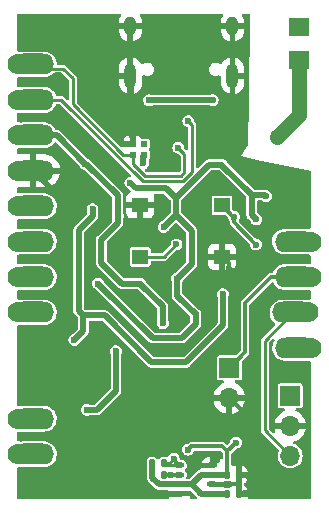
<source format=gtl>
G04 #@! TF.GenerationSoftware,KiCad,Pcbnew,7.0.2*
G04 #@! TF.CreationDate,2023-08-11T05:28:22+05:00*
G04 #@! TF.ProjectId,Adafruit QT Py ESP32-C3,41646166-7275-4697-9420-515420507920,rev?*
G04 #@! TF.SameCoordinates,Original*
G04 #@! TF.FileFunction,Copper,L1,Top*
G04 #@! TF.FilePolarity,Positive*
%FSLAX46Y46*%
G04 Gerber Fmt 4.6, Leading zero omitted, Abs format (unit mm)*
G04 Created by KiCad (PCBNEW 7.0.2) date 2023-08-11 05:28:22*
%MOMM*%
%LPD*%
G01*
G04 APERTURE LIST*
G04 Aperture macros list*
%AMRoundRect*
0 Rectangle with rounded corners*
0 $1 Rounding radius*
0 $2 $3 $4 $5 $6 $7 $8 $9 X,Y pos of 4 corners*
0 Add a 4 corners polygon primitive as box body*
4,1,4,$2,$3,$4,$5,$6,$7,$8,$9,$2,$3,0*
0 Add four circle primitives for the rounded corners*
1,1,$1+$1,$2,$3*
1,1,$1+$1,$4,$5*
1,1,$1+$1,$6,$7*
1,1,$1+$1,$8,$9*
0 Add four rect primitives between the rounded corners*
20,1,$1+$1,$2,$3,$4,$5,0*
20,1,$1+$1,$4,$5,$6,$7,0*
20,1,$1+$1,$6,$7,$8,$9,0*
20,1,$1+$1,$8,$9,$2,$3,0*%
G04 Aperture macros list end*
G04 #@! TA.AperFunction,ComponentPad*
%ADD10O,3.556000X1.778000*%
G04 #@! TD*
G04 #@! TA.AperFunction,ComponentPad*
%ADD11C,1.778000*%
G04 #@! TD*
G04 #@! TA.AperFunction,SMDPad,CuDef*
%ADD12RoundRect,0.140000X0.140000X0.170000X-0.140000X0.170000X-0.140000X-0.170000X0.140000X-0.170000X0*%
G04 #@! TD*
G04 #@! TA.AperFunction,SMDPad,CuDef*
%ADD13R,1.800000X1.600000*%
G04 #@! TD*
G04 #@! TA.AperFunction,SMDPad,CuDef*
%ADD14R,1.360000X1.230000*%
G04 #@! TD*
G04 #@! TA.AperFunction,SMDPad,CuDef*
%ADD15R,0.500000X0.500000*%
G04 #@! TD*
G04 #@! TA.AperFunction,SMDPad,CuDef*
%ADD16O,0.900000X0.448000*%
G04 #@! TD*
G04 #@! TA.AperFunction,SMDPad,CuDef*
%ADD17RoundRect,0.135000X0.135000X0.185000X-0.135000X0.185000X-0.135000X-0.185000X0.135000X-0.185000X0*%
G04 #@! TD*
G04 #@! TA.AperFunction,ComponentPad*
%ADD18R,1.700000X1.700000*%
G04 #@! TD*
G04 #@! TA.AperFunction,ComponentPad*
%ADD19O,1.700000X1.700000*%
G04 #@! TD*
G04 #@! TA.AperFunction,ComponentPad*
%ADD20O,1.000000X1.600000*%
G04 #@! TD*
G04 #@! TA.AperFunction,ComponentPad*
%ADD21O,1.000000X2.100000*%
G04 #@! TD*
G04 #@! TA.AperFunction,ViaPad*
%ADD22C,0.600000*%
G04 #@! TD*
G04 #@! TA.AperFunction,ViaPad*
%ADD23C,1.250000*%
G04 #@! TD*
G04 #@! TA.AperFunction,Conductor*
%ADD24C,0.500000*%
G04 #@! TD*
G04 #@! TA.AperFunction,Conductor*
%ADD25C,0.300000*%
G04 #@! TD*
G04 #@! TA.AperFunction,Conductor*
%ADD26C,0.254000*%
G04 #@! TD*
G04 #@! TA.AperFunction,Conductor*
%ADD27C,1.300000*%
G04 #@! TD*
G04 APERTURE END LIST*
D10*
G04 #@! TO.P,J7,1,Pin_1*
G04 #@! TO.N,SDA*
X135950000Y-132000000D03*
D11*
X134680000Y-132000000D03*
G04 #@! TD*
G04 #@! TO.P,J3,1,Pin_1*
G04 #@! TO.N,/A0*
X159428500Y-123000000D03*
D10*
X158158500Y-123000000D03*
G04 #@! TD*
D11*
G04 #@! TO.P,J6,1,Pin_1*
G04 #@! TO.N,/A3*
X159418500Y-114000000D03*
D10*
X158148500Y-114000000D03*
G04 #@! TD*
D11*
G04 #@! TO.P,J5,1,Pin_1*
G04 #@! TO.N,/A2*
X159418500Y-117000000D03*
D10*
X158148500Y-117000000D03*
G04 #@! TD*
D12*
G04 #@! TO.P,C12,1,1*
G04 #@! TO.N,GND*
X153330000Y-133750000D03*
G04 #@! TO.P,C12,2,2*
G04 #@! TO.N,3.3V*
X152370000Y-133750000D03*
G04 #@! TD*
D11*
G04 #@! TO.P,J10,1,Pin_1*
G04 #@! TO.N,+5V*
X134680000Y-105000000D03*
D10*
X135950000Y-105000000D03*
G04 #@! TD*
D11*
G04 #@! TO.P,J9,1,Pin_1*
G04 #@! TO.N,/TX*
X134680000Y-102000000D03*
D10*
X135950000Y-102000000D03*
G04 #@! TD*
D13*
G04 #@! TO.P,X1,FP,P$1*
G04 #@! TO.N,Net-(X1-P$1)*
X158420000Y-98590000D03*
G04 #@! TO.P,X1,NC*
G04 #@! TO.N,N/C*
X158420000Y-95790000D03*
G04 #@! TD*
D11*
G04 #@! TO.P,J16,1,Pin_1*
G04 #@! TO.N,/NEOPIX{slash}RX*
X134680000Y-99000000D03*
D10*
X135950000Y-99000000D03*
G04 #@! TD*
D11*
G04 #@! TO.P,J15,1,Pin_1*
G04 #@! TO.N,/SCK*
X134680000Y-114000000D03*
D10*
X135950000Y-114000000D03*
G04 #@! TD*
D14*
G04 #@! TO.P,Q1,1,1*
G04 #@! TO.N,GND*
X145000000Y-110925000D03*
G04 #@! TO.P,Q1,2,2*
G04 #@! TO.N,/BOOT*
X145000000Y-115295000D03*
G04 #@! TD*
D15*
G04 #@! TO.P,LED1,1,DI*
G04 #@! TO.N,/NEOPIX{slash}RX*
X144350000Y-106630000D03*
G04 #@! TO.P,LED1,2,VDD*
G04 #@! TO.N,3.3V*
X145350000Y-106630000D03*
G04 #@! TO.P,LED1,3,DO*
G04 #@! TO.N,unconnected-(LED1-DO-Pad3)*
X145350000Y-105730000D03*
G04 #@! TO.P,LED1,4,GND*
G04 #@! TO.N,GND*
X144350000Y-105730000D03*
G04 #@! TD*
D14*
G04 #@! TO.P,Q2,1,1*
G04 #@! TO.N,/~{RESET}*
X151930000Y-110925000D03*
G04 #@! TO.P,Q2,2,2*
G04 #@! TO.N,GND*
X151930000Y-115295000D03*
G04 #@! TD*
D12*
G04 #@! TO.P,C5,1,1*
G04 #@! TO.N,GND*
X153330000Y-135330000D03*
G04 #@! TO.P,C5,2,2*
G04 #@! TO.N,3.3V*
X152370000Y-135330000D03*
G04 #@! TD*
D16*
G04 #@! TO.P,U3,1,GND*
G04 #@! TO.N,GND*
X148300000Y-135339000D03*
G04 #@! TO.P,U3,2,CSB*
G04 #@! TO.N,3.3V*
X148300000Y-134539000D03*
G04 #@! TO.P,U3,3,SDI*
G04 #@! TO.N,SDA*
X148300000Y-133739000D03*
G04 #@! TO.P,U3,4,SCK*
G04 #@! TO.N,SCL*
X148300000Y-132939000D03*
G04 #@! TO.P,U3,5,SDO*
G04 #@! TO.N,GND*
X151100000Y-132939000D03*
G04 #@! TO.P,U3,6,VDDIO*
G04 #@! TO.N,3.3V*
X151100000Y-133739000D03*
G04 #@! TO.P,U3,7,GND*
G04 #@! TO.N,GND*
X151100000Y-134539000D03*
G04 #@! TO.P,U3,8,VDD*
G04 #@! TO.N,3.3V*
X151100000Y-135339000D03*
G04 #@! TD*
D17*
G04 #@! TO.P,R22,2,2*
G04 #@! TO.N,3.3V*
X146020000Y-132770000D03*
G04 #@! TO.P,R22,1,1*
G04 #@! TO.N,SCL*
X147040000Y-132770000D03*
G04 #@! TD*
D11*
G04 #@! TO.P,J12,1,Pin_1*
G04 #@! TO.N,3.3V*
X134680000Y-111000000D03*
D10*
X135950000Y-111000000D03*
G04 #@! TD*
D18*
G04 #@! TO.P,BZ1,1,-*
G04 #@! TO.N,/A2*
X152540000Y-124685000D03*
D19*
G04 #@! TO.P,BZ1,2,+*
G04 #@! TO.N,GND*
X152540000Y-127225000D03*
G04 #@! TD*
D11*
G04 #@! TO.P,J8,1,Pin_1*
G04 #@! TO.N,SCL*
X134680000Y-129000000D03*
D10*
X135950000Y-129000000D03*
G04 #@! TD*
G04 #@! TO.P,J13,1,Pin_1*
G04 #@! TO.N,/MOSI*
X135950000Y-120000000D03*
D11*
X134680000Y-120000000D03*
G04 #@! TD*
G04 #@! TO.P,J4,1,Pin_1*
G04 #@! TO.N,/A1*
X159209000Y-120000000D03*
D10*
X157939000Y-120000000D03*
G04 #@! TD*
D11*
G04 #@! TO.P,J11,1,Pin_1*
G04 #@! TO.N,GND*
X134680000Y-108000000D03*
D10*
X135950000Y-108000000D03*
G04 #@! TD*
D19*
G04 #@! TO.P,J17,3,Pin_3*
G04 #@! TO.N,/A1*
X157700000Y-132135000D03*
G04 #@! TO.P,J17,2,Pin_2*
G04 #@! TO.N,GND*
X157700000Y-129595000D03*
D18*
G04 #@! TO.P,J17,1,Pin_1*
G04 #@! TO.N,3.3V*
X157700000Y-127055000D03*
G04 #@! TD*
D17*
G04 #@! TO.P,R23,2,2*
G04 #@! TO.N,3.3V*
X146020000Y-133770000D03*
G04 #@! TO.P,R23,1,1*
G04 #@! TO.N,SDA*
X147040000Y-133770000D03*
G04 #@! TD*
D11*
G04 #@! TO.P,J14,1,Pin_1*
G04 #@! TO.N,/MISO*
X134680000Y-117000000D03*
D10*
X135950000Y-117000000D03*
G04 #@! TD*
D20*
G04 #@! TO.P,USB1,S1,SHIELD*
G04 #@! TO.N,GND*
X144170000Y-95765000D03*
D21*
X144170000Y-99945000D03*
D20*
X152810000Y-95765000D03*
D21*
X152810000Y-99945000D03*
G04 #@! TD*
D22*
G04 #@! TO.N,GND*
X147990000Y-120910000D03*
X147840000Y-127550000D03*
X140920000Y-102370000D03*
X138480000Y-100540000D03*
X138270000Y-106630000D03*
X140330000Y-106180000D03*
X156660000Y-124910000D03*
X146120000Y-128810000D03*
X138760000Y-133820000D03*
X152760000Y-122310000D03*
G04 #@! TO.N,3.3V*
X153115000Y-131015000D03*
G04 #@! TO.N,GND*
X152670000Y-106550000D03*
X153970000Y-135320000D03*
X152480000Y-116290000D03*
X141760000Y-123300000D03*
X139020000Y-97390000D03*
X143720000Y-116330000D03*
X138130000Y-124880000D03*
X147600000Y-128870000D03*
X141580000Y-103180000D03*
X143090000Y-104860000D03*
X151720000Y-104320000D03*
X158540000Y-111970000D03*
X140490000Y-98490000D03*
X148130000Y-123180000D03*
X153020000Y-101780000D03*
X151540000Y-132490000D03*
X144350000Y-105100000D03*
X138250000Y-125970000D03*
X153360000Y-133070000D03*
X139090000Y-124410000D03*
X148300000Y-126140000D03*
X153330000Y-134510000D03*
X147980000Y-105160000D03*
X148460000Y-103040000D03*
X138860000Y-120760000D03*
X138840000Y-104310000D03*
X139580000Y-123300000D03*
X155880000Y-108520000D03*
X145000000Y-104110000D03*
X146510000Y-107660000D03*
X154790000Y-116410000D03*
X152240000Y-102010000D03*
X142965000Y-113955000D03*
X139010000Y-125600000D03*
X146850000Y-127550000D03*
X143200000Y-97920000D03*
X146600000Y-125790000D03*
X152060000Y-97860000D03*
X149490000Y-110280000D03*
X148890000Y-127640000D03*
X140940000Y-96740000D03*
X147980000Y-104050000D03*
X139180000Y-109180000D03*
X143083252Y-115520000D03*
X145630000Y-130170000D03*
X140060000Y-105190000D03*
X138330000Y-127200000D03*
X154240000Y-133860000D03*
X144800000Y-134760000D03*
X158100000Y-108820000D03*
X138730000Y-107800000D03*
X144230000Y-101690000D03*
G04 #@! TO.N,/~{RESET}*
X152920000Y-111880000D03*
X154790000Y-114250000D03*
G04 #@! TO.N,VBUS*
X151130000Y-102020000D03*
X145760000Y-102040000D03*
G04 #@! TO.N,3.3V*
X145260000Y-107350000D03*
X154830000Y-112120000D03*
X155640000Y-110160000D03*
X149680000Y-120170000D03*
X149055000Y-131615000D03*
X148120000Y-117140000D03*
X144170000Y-109020000D03*
X151880000Y-107480000D03*
X146980000Y-112760000D03*
X141430000Y-117547000D03*
D23*
G04 #@! TO.N,Net-(X1-P$1)*
X156575000Y-105125000D03*
D22*
G04 #@! TO.N,+BATT*
X152000000Y-118440000D03*
X139430000Y-122320000D03*
X140960000Y-111270000D03*
G04 #@! TO.N,SDA*
X147590000Y-133740000D03*
G04 #@! TO.N,SCL*
X147830000Y-132380000D03*
G04 #@! TO.N,+5V*
X143100000Y-111780000D03*
X140350000Y-107430000D03*
X146910000Y-120900000D03*
X145010000Y-117550000D03*
X142940000Y-123290000D03*
X140500000Y-128250000D03*
G04 #@! TO.N,/TX*
X149070000Y-103790000D03*
G04 #@! TO.N,/NEOPIX{slash}RX*
X148220000Y-106050000D03*
G04 #@! TO.N,/BOOT*
X148070000Y-114240000D03*
G04 #@! TD*
D24*
G04 #@! TO.N,+5V*
X146910000Y-119470000D02*
X145010000Y-117570000D01*
X146910000Y-120900000D02*
X146910000Y-119470000D01*
X145010000Y-117570000D02*
X145010000Y-117550000D01*
D25*
G04 #@! TO.N,GND*
X145000000Y-111920000D02*
X142965000Y-113955000D01*
X145000000Y-110925000D02*
X145000000Y-111920000D01*
G04 #@! TO.N,3.3V*
X151960000Y-131340000D02*
X152370000Y-131750000D01*
X149330000Y-131340000D02*
X151960000Y-131340000D01*
X149055000Y-131615000D02*
X149330000Y-131340000D01*
D26*
G04 #@! TO.N,SCL*
X147440000Y-132770000D02*
X147830000Y-132380000D01*
X147040000Y-132770000D02*
X147440000Y-132770000D01*
G04 #@! TO.N,/A1*
X155540000Y-129975000D02*
X157700000Y-132135000D01*
X157939000Y-120000000D02*
X155540000Y-122399000D01*
X155540000Y-122399000D02*
X155540000Y-129975000D01*
D25*
G04 #@! TO.N,GND*
X153440000Y-133860000D02*
X153330000Y-133750000D01*
X154240000Y-133860000D02*
X153440000Y-133860000D01*
X154690000Y-133410000D02*
X154240000Y-133860000D01*
X154690000Y-129375000D02*
X154690000Y-133410000D01*
X152540000Y-127225000D02*
X154690000Y-129375000D01*
G04 #@! TO.N,3.3V*
X152380000Y-131750000D02*
X152370000Y-131750000D01*
X153115000Y-131015000D02*
X152380000Y-131750000D01*
G04 #@! TO.N,/A2*
X156090000Y-117000000D02*
X158148500Y-117000000D01*
X153890000Y-123335000D02*
X153890000Y-119200000D01*
X152135000Y-125090000D02*
X153890000Y-123335000D01*
X153890000Y-119200000D02*
X156090000Y-117000000D01*
D24*
G04 #@! TO.N,GND*
X151210000Y-103040000D02*
X151210000Y-103810000D01*
X151210000Y-103810000D02*
X151720000Y-104320000D01*
X151210000Y-103040000D02*
X152240000Y-102010000D01*
X148460000Y-103040000D02*
X151210000Y-103040000D01*
X145000000Y-104110000D02*
X144230000Y-104110000D01*
X144230000Y-104110000D02*
X144230000Y-104980000D01*
X144230000Y-101690000D02*
X144230000Y-104110000D01*
X146980000Y-105160000D02*
X146510000Y-105630000D01*
X147980000Y-105160000D02*
X146980000Y-105160000D01*
X146510000Y-105630000D02*
X146510000Y-107660000D01*
X138130000Y-121490000D02*
X138860000Y-120760000D01*
X144230000Y-100005000D02*
X144170000Y-99945000D01*
D25*
X153330000Y-134510000D02*
X153330000Y-135330000D01*
D24*
X138795000Y-124085000D02*
X138795000Y-124115000D01*
D25*
X153330000Y-135330000D02*
X153960000Y-135330000D01*
D24*
X138130000Y-124880000D02*
X138130000Y-121490000D01*
D25*
X153330000Y-133750000D02*
X153360000Y-133720000D01*
D24*
X143200000Y-97920000D02*
X141060000Y-97920000D01*
D25*
X151100000Y-134539000D02*
X153301000Y-134539000D01*
X151100000Y-132930000D02*
X151540000Y-132490000D01*
X152480000Y-115845000D02*
X151930000Y-115295000D01*
D24*
X138130000Y-124880000D02*
X138130000Y-124750000D01*
X149490000Y-111210000D02*
X151930000Y-113650000D01*
X144230000Y-101690000D02*
X144230000Y-100005000D01*
X138795000Y-124085000D02*
X139580000Y-123300000D01*
D25*
X153330000Y-133750000D02*
X153330000Y-134510000D01*
D24*
X145379000Y-135339000D02*
X144800000Y-134760000D01*
D25*
X152600000Y-116410000D02*
X152480000Y-116290000D01*
D24*
X138860000Y-110910000D02*
X135950000Y-108000000D01*
X149490000Y-110280000D02*
X149490000Y-111210000D01*
X138860000Y-120760000D02*
X138860000Y-110910000D01*
D25*
X153301000Y-134539000D02*
X153330000Y-134510000D01*
X154790000Y-116410000D02*
X152600000Y-116410000D01*
D24*
X141060000Y-97920000D02*
X140490000Y-98490000D01*
X151930000Y-113650000D02*
X151930000Y-115295000D01*
D25*
X153960000Y-135330000D02*
X153970000Y-135320000D01*
X153360000Y-133720000D02*
X153360000Y-133070000D01*
D24*
X138795000Y-124115000D02*
X139090000Y-124410000D01*
D25*
X152480000Y-116290000D02*
X152480000Y-115845000D01*
D24*
X144230000Y-104980000D02*
X144350000Y-105100000D01*
X152670000Y-106550000D02*
X152670000Y-105270000D01*
X152670000Y-105270000D02*
X151720000Y-104320000D01*
D25*
X151100000Y-132939000D02*
X151100000Y-132930000D01*
D24*
X148300000Y-135339000D02*
X145379000Y-135339000D01*
X138130000Y-124750000D02*
X138795000Y-124085000D01*
D25*
X144350000Y-105730000D02*
X144350000Y-105100000D01*
G04 #@! TO.N,/~{RESET}*
X152920000Y-111880000D02*
X152885000Y-111880000D01*
X152885000Y-111880000D02*
X151930000Y-110925000D01*
X152920000Y-112380000D02*
X152920000Y-111880000D01*
X154790000Y-114250000D02*
X152920000Y-112380000D01*
D24*
G04 #@! TO.N,VBUS*
X151130000Y-102020000D02*
X145780000Y-102020000D01*
X145780000Y-102020000D02*
X145760000Y-102040000D01*
G04 #@! TO.N,3.3V*
X149680000Y-120990000D02*
X148500000Y-122170000D01*
X149360000Y-113060000D02*
X148020000Y-111720000D01*
X151880000Y-107480000D02*
X150838054Y-107480000D01*
X148120000Y-118610000D02*
X148120000Y-117140000D01*
X148300000Y-134539000D02*
X149351000Y-134539000D01*
X150151000Y-135339000D02*
X151100000Y-135339000D01*
X149360000Y-115900000D02*
X149360000Y-113060000D01*
X144170000Y-109020000D02*
X144631000Y-109481000D01*
X151100000Y-133739000D02*
X152359000Y-133739000D01*
X145260000Y-107350000D02*
X145260000Y-106720000D01*
X154445000Y-110045000D02*
X155525000Y-110045000D01*
X149680000Y-120170000D02*
X149680000Y-120990000D01*
X148300000Y-134539000D02*
X148299000Y-134540000D01*
X148020000Y-111720000D02*
X146980000Y-112760000D01*
X148299000Y-134540000D02*
X146550000Y-134540000D01*
X152361000Y-135339000D02*
X152370000Y-135330000D01*
X151100000Y-135339000D02*
X152361000Y-135339000D01*
X148020000Y-110298054D02*
X148020000Y-111720000D01*
X152359000Y-133739000D02*
X152370000Y-133750000D01*
X146020000Y-134010000D02*
X146020000Y-133770000D01*
X146550000Y-134540000D02*
X146020000Y-134010000D01*
X149351000Y-134539000D02*
X150151000Y-135339000D01*
X148500000Y-122170000D02*
X146053000Y-122170000D01*
X149680000Y-120170000D02*
X148120000Y-118610000D01*
D25*
X152370000Y-133750000D02*
X152370000Y-131750000D01*
D24*
X154445000Y-110045000D02*
X151880000Y-107480000D01*
X155525000Y-110045000D02*
X155640000Y-110160000D01*
X148120000Y-117140000D02*
X149360000Y-115900000D01*
X154830000Y-112120000D02*
X154445000Y-111735000D01*
X144631000Y-109481000D02*
X147202946Y-109481000D01*
X146020000Y-133770000D02*
X146020000Y-132770000D01*
X145260000Y-106720000D02*
X145350000Y-106630000D01*
X154445000Y-111735000D02*
X154445000Y-110045000D01*
X149351000Y-134539000D02*
X150151000Y-133739000D01*
X147202946Y-109481000D02*
X148020000Y-110298054D01*
X150838054Y-107480000D02*
X148020000Y-110298054D01*
X150151000Y-133739000D02*
X151100000Y-133739000D01*
X146053000Y-122170000D02*
X141430000Y-117547000D01*
D27*
G04 #@! TO.N,Net-(X1-P$1)*
X158420000Y-103280000D02*
X158420000Y-98590000D01*
X156575000Y-105125000D02*
X158420000Y-103280000D01*
D24*
G04 #@! TO.N,+BATT*
X152000000Y-121090000D02*
X148870000Y-124220000D01*
X140190000Y-121560000D02*
X140190000Y-120250000D01*
X139780000Y-119840000D02*
X140190000Y-120250000D01*
X139430000Y-122320000D02*
X140190000Y-121560000D01*
X139780000Y-113050000D02*
X139780000Y-119840000D01*
X152000000Y-118440000D02*
X152000000Y-121090000D01*
X141980000Y-120250000D02*
X140190000Y-120250000D01*
X145950000Y-124220000D02*
X141980000Y-120250000D01*
X140960000Y-111270000D02*
X140960000Y-111870000D01*
X140960000Y-111870000D02*
X139780000Y-113050000D01*
X148870000Y-124220000D02*
X145950000Y-124220000D01*
D25*
G04 #@! TO.N,SDA*
X147071000Y-133739000D02*
X147040000Y-133770000D01*
X148300000Y-133739000D02*
X147071000Y-133739000D01*
D26*
G04 #@! TO.N,SCL*
X147830000Y-132469000D02*
X148300000Y-132939000D01*
X148300000Y-132939000D02*
X147209000Y-132939000D01*
X147209000Y-132939000D02*
X147040000Y-132770000D01*
X147830000Y-132380000D02*
X147830000Y-132469000D01*
D24*
G04 #@! TO.N,+5V*
X141340000Y-128250000D02*
X140500000Y-128250000D01*
X140350000Y-107430000D02*
X137920000Y-105000000D01*
X137920000Y-105000000D02*
X135950000Y-105000000D01*
X142940000Y-126650000D02*
X141340000Y-128250000D01*
X141700000Y-113850000D02*
X143100000Y-112450000D01*
X143460000Y-117550000D02*
X141700000Y-115790000D01*
X143100000Y-111780000D02*
X143100000Y-110080000D01*
X141700000Y-115790000D02*
X141700000Y-113850000D01*
X145010000Y-117550000D02*
X143460000Y-117550000D01*
X143100000Y-112450000D02*
X143100000Y-111780000D01*
X140450000Y-107430000D02*
X140350000Y-107430000D01*
X142940000Y-123290000D02*
X142940000Y-126650000D01*
X143100000Y-110080000D02*
X140450000Y-107430000D01*
D26*
G04 #@! TO.N,/TX*
X136238474Y-102020000D02*
X135280526Y-102020000D01*
X149394000Y-104114000D02*
X149394000Y-108108052D01*
X149070000Y-103790000D02*
X149394000Y-104114000D01*
X148598052Y-108904000D02*
X145211948Y-108904000D01*
X149394000Y-108108052D02*
X148598052Y-108904000D01*
X138307948Y-102000000D02*
X135950000Y-102000000D01*
X136693224Y-102020000D02*
X134825776Y-102020000D01*
X145211948Y-108904000D02*
X138307948Y-102000000D01*
G04 #@! TO.N,/NEOPIX{slash}RX*
X139290000Y-100180000D02*
X138460000Y-99350000D01*
X148220000Y-106050000D02*
X148740000Y-106570000D01*
X148410000Y-108450000D02*
X145400000Y-108450000D01*
X145400000Y-108450000D02*
X144350000Y-107400000D01*
X138460000Y-99350000D02*
X137370000Y-99350000D01*
X148740000Y-106570000D02*
X148740000Y-108120000D01*
X139290000Y-102340000D02*
X139290000Y-100180000D01*
X144350000Y-107400000D02*
X144350000Y-106630000D01*
X144350000Y-106630000D02*
X143580000Y-106630000D01*
X148740000Y-108120000D02*
X148410000Y-108450000D01*
X143580000Y-106630000D02*
X139290000Y-102340000D01*
G04 #@! TO.N,/BOOT*
X148070000Y-114240000D02*
X147015000Y-115295000D01*
X147015000Y-115295000D02*
X145000000Y-115295000D01*
G04 #@! TD*
G04 #@! TA.AperFunction,Conductor*
G04 #@! TO.N,GND*
G36*
X143314117Y-94715502D02*
G01*
X143360610Y-94769158D01*
X143370714Y-94839432D01*
X143349412Y-94893480D01*
X143291144Y-94977194D01*
X143210939Y-95164094D01*
X143170000Y-95363310D01*
X143170000Y-95515000D01*
X143870000Y-95515000D01*
X143870000Y-96015000D01*
X143170000Y-96015000D01*
X143170000Y-96112511D01*
X143170324Y-96118908D01*
X143185418Y-96267333D01*
X143246303Y-96461389D01*
X143345003Y-96639213D01*
X143477481Y-96793532D01*
X143638306Y-96918020D01*
X143820904Y-97007588D01*
X143920000Y-97033244D01*
X143920000Y-96231110D01*
X143944457Y-96270610D01*
X144033962Y-96338201D01*
X144141840Y-96368895D01*
X144253521Y-96358546D01*
X144353922Y-96308552D01*
X144420000Y-96236069D01*
X144420000Y-97038365D01*
X144420001Y-97038366D01*
X144421943Y-97038070D01*
X144612667Y-96967434D01*
X144785260Y-96859856D01*
X144932672Y-96719730D01*
X145048855Y-96552806D01*
X145129060Y-96365905D01*
X145170000Y-96166689D01*
X145170000Y-96015000D01*
X144470000Y-96015000D01*
X144470000Y-95515000D01*
X145170000Y-95515000D01*
X145170000Y-95417488D01*
X145169675Y-95411091D01*
X145154581Y-95262666D01*
X145093696Y-95068610D01*
X144990479Y-94882648D01*
X144974909Y-94813380D01*
X144999259Y-94746690D01*
X145055800Y-94703751D01*
X145100647Y-94695500D01*
X151885996Y-94695500D01*
X151954117Y-94715502D01*
X152000610Y-94769158D01*
X152010714Y-94839432D01*
X151989412Y-94893480D01*
X151931144Y-94977194D01*
X151850939Y-95164094D01*
X151810000Y-95363310D01*
X151810000Y-95515000D01*
X152510000Y-95515000D01*
X152510000Y-96015000D01*
X151810000Y-96015000D01*
X151810000Y-96112511D01*
X151810324Y-96118908D01*
X151825418Y-96267333D01*
X151886303Y-96461389D01*
X151985003Y-96639213D01*
X152117481Y-96793532D01*
X152278306Y-96918020D01*
X152460904Y-97007588D01*
X152560000Y-97033244D01*
X152560000Y-96231110D01*
X152584457Y-96270610D01*
X152673962Y-96338201D01*
X152781840Y-96368895D01*
X152893521Y-96358546D01*
X152993922Y-96308552D01*
X153060000Y-96236069D01*
X153060000Y-97038365D01*
X153060001Y-97038366D01*
X153061943Y-97038070D01*
X153252667Y-96967434D01*
X153425260Y-96859856D01*
X153572672Y-96719730D01*
X153688855Y-96552806D01*
X153769060Y-96365905D01*
X153810000Y-96166689D01*
X153810000Y-96015000D01*
X153110000Y-96015000D01*
X153110000Y-95515000D01*
X153810000Y-95515000D01*
X153810000Y-95417488D01*
X153809675Y-95411091D01*
X153794581Y-95262666D01*
X153733696Y-95068610D01*
X153630479Y-94882648D01*
X153614909Y-94813380D01*
X153639259Y-94746690D01*
X153695800Y-94703751D01*
X153740647Y-94695500D01*
X154162484Y-94695500D01*
X154230605Y-94715502D01*
X154277098Y-94769158D01*
X154288471Y-94823194D01*
X154192178Y-101955327D01*
X154140488Y-105783809D01*
X154120376Y-105850416D01*
X153540000Y-106749999D01*
X153540000Y-106750001D01*
X154868800Y-107061108D01*
X156060000Y-107340000D01*
X159157422Y-107932154D01*
X159322160Y-107963648D01*
X159385313Y-107996086D01*
X159420903Y-108057517D01*
X159424500Y-108087407D01*
X159424500Y-112785877D01*
X159404498Y-112853998D01*
X159350842Y-112900491D01*
X159321649Y-112909732D01*
X159251700Y-112922806D01*
X159204707Y-112922674D01*
X159141537Y-112910500D01*
X159141535Y-112910500D01*
X157207598Y-112910500D01*
X157204623Y-112910784D01*
X157204624Y-112910784D01*
X157052371Y-112925322D01*
X156852729Y-112983943D01*
X156667791Y-113079284D01*
X156504241Y-113207903D01*
X156504239Y-113207904D01*
X156504239Y-113207905D01*
X156493800Y-113219952D01*
X156367982Y-113365152D01*
X156263947Y-113545347D01*
X156195894Y-113741974D01*
X156166283Y-113947922D01*
X156176183Y-114155757D01*
X156225236Y-114357958D01*
X156311674Y-114547232D01*
X156432361Y-114716712D01*
X156432364Y-114716715D01*
X156432365Y-114716716D01*
X156582952Y-114860301D01*
X156676959Y-114920715D01*
X156757992Y-114972792D01*
X156951155Y-115050123D01*
X157155465Y-115089500D01*
X159086402Y-115089500D01*
X159089402Y-115089500D01*
X159222729Y-115076768D01*
X159257854Y-115078341D01*
X159317543Y-115089500D01*
X159317549Y-115089500D01*
X159321652Y-115090267D01*
X159384938Y-115122446D01*
X159420780Y-115183731D01*
X159424500Y-115214122D01*
X159424500Y-115785877D01*
X159404498Y-115853998D01*
X159350842Y-115900491D01*
X159321649Y-115909732D01*
X159251700Y-115922806D01*
X159204707Y-115922674D01*
X159141537Y-115910500D01*
X159141535Y-115910500D01*
X157207598Y-115910500D01*
X157204623Y-115910784D01*
X157204624Y-115910784D01*
X157052371Y-115925322D01*
X156907359Y-115967902D01*
X156879399Y-115976112D01*
X156852729Y-115983943D01*
X156667791Y-116079284D01*
X156504241Y-116207903D01*
X156504239Y-116207904D01*
X156504239Y-116207905D01*
X156502529Y-116209879D01*
X156367982Y-116365152D01*
X156263948Y-116545346D01*
X156257330Y-116564469D01*
X156216147Y-116622300D01*
X156150236Y-116648687D01*
X156112403Y-116646575D01*
X156104685Y-116644956D01*
X156076006Y-116648532D01*
X156061279Y-116649446D01*
X156042027Y-116652658D01*
X156036886Y-116653407D01*
X155981190Y-116660351D01*
X155931839Y-116687058D01*
X155927211Y-116689440D01*
X155876805Y-116714082D01*
X155838791Y-116755374D01*
X155835188Y-116759128D01*
X153677101Y-118917215D01*
X153656926Y-118933600D01*
X153649331Y-118938562D01*
X153631577Y-118961372D01*
X153621807Y-118972437D01*
X153610461Y-118988327D01*
X153607353Y-118992496D01*
X153572891Y-119036773D01*
X153556884Y-119090536D01*
X153555297Y-119095489D01*
X153537073Y-119148576D01*
X153539392Y-119204619D01*
X153539500Y-119209826D01*
X153539500Y-123137627D01*
X153519498Y-123205748D01*
X153502595Y-123226721D01*
X153131721Y-123597596D01*
X153069411Y-123631620D01*
X153042628Y-123634500D01*
X151670252Y-123634500D01*
X151641010Y-123640316D01*
X151611768Y-123646133D01*
X151545447Y-123690447D01*
X151501133Y-123756768D01*
X151489500Y-123815253D01*
X151489500Y-125554746D01*
X151501133Y-125613231D01*
X151545447Y-125679552D01*
X151589762Y-125709162D01*
X151611769Y-125723867D01*
X151670252Y-125735500D01*
X151670253Y-125735500D01*
X151971521Y-125735500D01*
X152039642Y-125755502D01*
X152086135Y-125809158D01*
X152096239Y-125879432D01*
X152066745Y-125944012D01*
X152024771Y-125975695D01*
X151862421Y-126051400D01*
X151668918Y-126186892D01*
X151501892Y-126353918D01*
X151366400Y-126547420D01*
X151266570Y-126761507D01*
X151209365Y-126975000D01*
X152106314Y-126975000D01*
X152080507Y-127015156D01*
X152040000Y-127153111D01*
X152040000Y-127296889D01*
X152080507Y-127434844D01*
X152106314Y-127475000D01*
X151209364Y-127475000D01*
X151266568Y-127688490D01*
X151366400Y-127902579D01*
X151501892Y-128096081D01*
X151668918Y-128263107D01*
X151862420Y-128398599D01*
X152076508Y-128498431D01*
X152290000Y-128555635D01*
X152290000Y-127660501D01*
X152397685Y-127709680D01*
X152504237Y-127725000D01*
X152575763Y-127725000D01*
X152682315Y-127709680D01*
X152790000Y-127660501D01*
X152790000Y-128555634D01*
X153003491Y-128498431D01*
X153217579Y-128398599D01*
X153411081Y-128263107D01*
X153578107Y-128096081D01*
X153713599Y-127902579D01*
X153813431Y-127688490D01*
X153870636Y-127475000D01*
X152973686Y-127475000D01*
X152999493Y-127434844D01*
X153040000Y-127296889D01*
X153040000Y-127153111D01*
X152999493Y-127015156D01*
X152973686Y-126975000D01*
X153870635Y-126975000D01*
X153813429Y-126761507D01*
X153713599Y-126547420D01*
X153578107Y-126353918D01*
X153411081Y-126186892D01*
X153217579Y-126051400D01*
X153055229Y-125975695D01*
X153001944Y-125928778D01*
X152982483Y-125860500D01*
X153003025Y-125792540D01*
X153057048Y-125746475D01*
X153108479Y-125735500D01*
X153409747Y-125735500D01*
X153409748Y-125735500D01*
X153468231Y-125723867D01*
X153534552Y-125679552D01*
X153578867Y-125613231D01*
X153590500Y-125554748D01*
X153590500Y-124182371D01*
X153610502Y-124114250D01*
X153627400Y-124093280D01*
X154102898Y-123617781D01*
X154123073Y-123601398D01*
X154130669Y-123596437D01*
X154148418Y-123573631D01*
X154158178Y-123562579D01*
X154158367Y-123562313D01*
X154158375Y-123562306D01*
X154169557Y-123546643D01*
X154172619Y-123542536D01*
X154202517Y-123504126D01*
X154202517Y-123504124D01*
X154207108Y-123498227D01*
X154211514Y-123483426D01*
X154223122Y-123444434D01*
X154224705Y-123439495D01*
X154227122Y-123432454D01*
X154240500Y-123393488D01*
X154240500Y-123393484D01*
X154242925Y-123386421D01*
X154242616Y-123378955D01*
X154242617Y-123378954D01*
X154240608Y-123330369D01*
X154240500Y-123325163D01*
X154240500Y-119397370D01*
X154260502Y-119329249D01*
X154277400Y-119308280D01*
X156097695Y-117487984D01*
X156160005Y-117453961D01*
X156230820Y-117459025D01*
X156287656Y-117501572D01*
X156301401Y-117524737D01*
X156311671Y-117547226D01*
X156332165Y-117576005D01*
X156432365Y-117716716D01*
X156582952Y-117860301D01*
X156676959Y-117920715D01*
X156757992Y-117972792D01*
X156951155Y-118050123D01*
X157155465Y-118089500D01*
X159086402Y-118089500D01*
X159089402Y-118089500D01*
X159222729Y-118076768D01*
X159257854Y-118078341D01*
X159317543Y-118089500D01*
X159317549Y-118089500D01*
X159321652Y-118090267D01*
X159384938Y-118122446D01*
X159420780Y-118183731D01*
X159424500Y-118214122D01*
X159424500Y-118784500D01*
X159404498Y-118852621D01*
X159350842Y-118899114D01*
X159298500Y-118910500D01*
X159108041Y-118910500D01*
X159042200Y-118922806D01*
X158995207Y-118922674D01*
X158932037Y-118910500D01*
X158932035Y-118910500D01*
X156998098Y-118910500D01*
X156995123Y-118910784D01*
X156995124Y-118910784D01*
X156842871Y-118925322D01*
X156643229Y-118983943D01*
X156458291Y-119079284D01*
X156294741Y-119207903D01*
X156294739Y-119207904D01*
X156294739Y-119207905D01*
X156290014Y-119213358D01*
X156158482Y-119365152D01*
X156054447Y-119545347D01*
X155986394Y-119741974D01*
X155956783Y-119947922D01*
X155966683Y-120155757D01*
X156015736Y-120357958D01*
X156102174Y-120547232D01*
X156222861Y-120716712D01*
X156222864Y-120716715D01*
X156222865Y-120716716D01*
X156373452Y-120860301D01*
X156389295Y-120870482D01*
X156435786Y-120924133D01*
X156445892Y-120994407D01*
X156416401Y-121058989D01*
X156410269Y-121065574D01*
X155322430Y-122153414D01*
X155314328Y-122160839D01*
X155285251Y-122185238D01*
X155266271Y-122218111D01*
X155260368Y-122227377D01*
X155237928Y-122259424D01*
X155227706Y-122284105D01*
X155220911Y-122322637D01*
X155218533Y-122333363D01*
X155208712Y-122370015D01*
X155212020Y-122407809D01*
X155212500Y-122418793D01*
X155212500Y-129955205D01*
X155212020Y-129966188D01*
X155208712Y-130003984D01*
X155218533Y-130040637D01*
X155220911Y-130051364D01*
X155227706Y-130089899D01*
X155237928Y-130114576D01*
X155260369Y-130146624D01*
X155266275Y-130155894D01*
X155285250Y-130188760D01*
X155314328Y-130213159D01*
X155322432Y-130220586D01*
X156696531Y-131594686D01*
X156730557Y-131656998D01*
X156728011Y-131720357D01*
X156724769Y-131731043D01*
X156724768Y-131731046D01*
X156664700Y-131929066D01*
X156664699Y-131929070D01*
X156644416Y-132134999D01*
X156664699Y-132340929D01*
X156664699Y-132340931D01*
X156664700Y-132340934D01*
X156699196Y-132454652D01*
X156724769Y-132538956D01*
X156822314Y-132721449D01*
X156953589Y-132881410D01*
X157031677Y-132945494D01*
X157113550Y-133012685D01*
X157296046Y-133110232D01*
X157494066Y-133170300D01*
X157700000Y-133190583D01*
X157905934Y-133170300D01*
X158103954Y-133110232D01*
X158286450Y-133012685D01*
X158446410Y-132881410D01*
X158577685Y-132721450D01*
X158675232Y-132538954D01*
X158735300Y-132340934D01*
X158755583Y-132135000D01*
X158735300Y-131929066D01*
X158675232Y-131731046D01*
X158577685Y-131548550D01*
X158577684Y-131548549D01*
X158446410Y-131388589D01*
X158286449Y-131257314D01*
X158103952Y-131159767D01*
X158044149Y-131141626D01*
X157984769Y-131102711D01*
X157955853Y-131037869D01*
X157966584Y-130967688D01*
X158013555Y-130914450D01*
X158048116Y-130899345D01*
X158163489Y-130868431D01*
X158377579Y-130768599D01*
X158571081Y-130633107D01*
X158738107Y-130466081D01*
X158873599Y-130272579D01*
X158973431Y-130058490D01*
X159030636Y-129845000D01*
X158133686Y-129845000D01*
X158159493Y-129804844D01*
X158200000Y-129666889D01*
X158200000Y-129523111D01*
X158159493Y-129385156D01*
X158133686Y-129345000D01*
X159030635Y-129345000D01*
X158973429Y-129131507D01*
X158873599Y-128917420D01*
X158738107Y-128723918D01*
X158571081Y-128556892D01*
X158377579Y-128421400D01*
X158215229Y-128345695D01*
X158161944Y-128298778D01*
X158142483Y-128230500D01*
X158163025Y-128162540D01*
X158217048Y-128116475D01*
X158268479Y-128105500D01*
X158569747Y-128105500D01*
X158569748Y-128105500D01*
X158628231Y-128093867D01*
X158694552Y-128049552D01*
X158738867Y-127983231D01*
X158750500Y-127924748D01*
X158750500Y-126185252D01*
X158738867Y-126126769D01*
X158724162Y-126104761D01*
X158694552Y-126060447D01*
X158628231Y-126016133D01*
X158569748Y-126004500D01*
X156830252Y-126004500D01*
X156801010Y-126010316D01*
X156771768Y-126016133D01*
X156705447Y-126060447D01*
X156661133Y-126126768D01*
X156661132Y-126126769D01*
X156661133Y-126126769D01*
X156649500Y-126185252D01*
X156649500Y-127924748D01*
X156659819Y-127976627D01*
X156661133Y-127983231D01*
X156705447Y-128049552D01*
X156749761Y-128079162D01*
X156771769Y-128093867D01*
X156830252Y-128105500D01*
X156830253Y-128105500D01*
X157131521Y-128105500D01*
X157199642Y-128125502D01*
X157246135Y-128179158D01*
X157256239Y-128249432D01*
X157226745Y-128314012D01*
X157184771Y-128345695D01*
X157022421Y-128421400D01*
X156828918Y-128556892D01*
X156661892Y-128723918D01*
X156526400Y-128917420D01*
X156426570Y-129131507D01*
X156369365Y-129345000D01*
X157266314Y-129345000D01*
X157240507Y-129385156D01*
X157200000Y-129523111D01*
X157200000Y-129666889D01*
X157240507Y-129804844D01*
X157266314Y-129845000D01*
X156369364Y-129845000D01*
X156429282Y-130068619D01*
X156427592Y-130139596D01*
X156387798Y-130198391D01*
X156322533Y-130226339D01*
X156252520Y-130214565D01*
X156218480Y-130190325D01*
X155904405Y-129876250D01*
X155870379Y-129813938D01*
X155867500Y-129787155D01*
X155867500Y-122586844D01*
X155887502Y-122518723D01*
X155904399Y-122497754D01*
X156167026Y-122235127D01*
X156229335Y-122201105D01*
X156300150Y-122206169D01*
X156356986Y-122248716D01*
X156381797Y-122315236D01*
X156366706Y-122384610D01*
X156365238Y-122387224D01*
X156273947Y-122545347D01*
X156205894Y-122741974D01*
X156176283Y-122947922D01*
X156186183Y-123155757D01*
X156235236Y-123357958D01*
X156321674Y-123547232D01*
X156442361Y-123716712D01*
X156442364Y-123716715D01*
X156442365Y-123716716D01*
X156592952Y-123860301D01*
X156705442Y-123932594D01*
X156767992Y-123972792D01*
X156961155Y-124050123D01*
X157165465Y-124089500D01*
X159096402Y-124089500D01*
X159099402Y-124089500D01*
X159232729Y-124076768D01*
X159267860Y-124078343D01*
X159321653Y-124088399D01*
X159384938Y-124120578D01*
X159420780Y-124181863D01*
X159424500Y-124212253D01*
X159424500Y-135688500D01*
X159404498Y-135756621D01*
X159350842Y-135803114D01*
X159298500Y-135814500D01*
X154212909Y-135814500D01*
X154144788Y-135794498D01*
X154098295Y-135740842D01*
X154088191Y-135670568D01*
X154091912Y-135653347D01*
X154107144Y-135600916D01*
X154108791Y-135580000D01*
X153206000Y-135580000D01*
X153137879Y-135559998D01*
X153091386Y-135506342D01*
X153080000Y-135454000D01*
X153080000Y-134000000D01*
X153580000Y-134000000D01*
X153580000Y-135080000D01*
X154108790Y-135080000D01*
X154108790Y-135079999D01*
X154107145Y-135059086D01*
X154062032Y-134903806D01*
X153979716Y-134764618D01*
X153865379Y-134650281D01*
X153862289Y-134648454D01*
X153813836Y-134596561D01*
X153801130Y-134526711D01*
X153828205Y-134461080D01*
X153862289Y-134431546D01*
X153865379Y-134429718D01*
X153979716Y-134315381D01*
X154062032Y-134176193D01*
X154107144Y-134020916D01*
X154108791Y-134000000D01*
X153580000Y-134000000D01*
X153080000Y-134000000D01*
X153080000Y-132945494D01*
X153580000Y-132945494D01*
X153580000Y-133500000D01*
X154108790Y-133500000D01*
X154108790Y-133499999D01*
X154107145Y-133479086D01*
X154062032Y-133323806D01*
X153979716Y-133184618D01*
X153865378Y-133070280D01*
X153726197Y-132987968D01*
X153580000Y-132945494D01*
X153080000Y-132945494D01*
X152933803Y-132987968D01*
X152910638Y-133001668D01*
X152841822Y-133019127D01*
X152774491Y-132996610D01*
X152730022Y-132941265D01*
X152720500Y-132893214D01*
X152720500Y-131957372D01*
X152740502Y-131889251D01*
X152757405Y-131868276D01*
X153073278Y-131552404D01*
X153135590Y-131518379D01*
X153162373Y-131515500D01*
X153186962Y-131515500D01*
X153218305Y-131506296D01*
X153325053Y-131474953D01*
X153446128Y-131397143D01*
X153540377Y-131288373D01*
X153600165Y-131157457D01*
X153620647Y-131015000D01*
X153617542Y-130993407D01*
X153600165Y-130872543D01*
X153583861Y-130836842D01*
X153540377Y-130741627D01*
X153446128Y-130632857D01*
X153446127Y-130632856D01*
X153446126Y-130632855D01*
X153325053Y-130555047D01*
X153186962Y-130514500D01*
X153186961Y-130514500D01*
X153043039Y-130514500D01*
X153043038Y-130514500D01*
X152904946Y-130555047D01*
X152783873Y-130632855D01*
X152689622Y-130741628D01*
X152629834Y-130872543D01*
X152613647Y-130985128D01*
X152584154Y-131049709D01*
X152578025Y-131056291D01*
X152464094Y-131170222D01*
X152401782Y-131204248D01*
X152330967Y-131199183D01*
X152285903Y-131170221D01*
X152242782Y-131127099D01*
X152226395Y-131106920D01*
X152221436Y-131099330D01*
X152198624Y-131081574D01*
X152187582Y-131071822D01*
X152187309Y-131071627D01*
X152187307Y-131071625D01*
X152171667Y-131060458D01*
X152167517Y-131057363D01*
X152123228Y-131022892D01*
X152087870Y-131012365D01*
X152069441Y-131006878D01*
X152064513Y-131005300D01*
X152018488Y-130989500D01*
X152018487Y-130989500D01*
X152011420Y-130987074D01*
X151955380Y-130989392D01*
X151950173Y-130989500D01*
X149379418Y-130989500D01*
X149353560Y-130986818D01*
X149344685Y-130984957D01*
X149344684Y-130984957D01*
X149316006Y-130988532D01*
X149301279Y-130989446D01*
X149282027Y-130992658D01*
X149276886Y-130993407D01*
X149221190Y-131000351D01*
X149171825Y-131027065D01*
X149167222Y-131029434D01*
X149149971Y-131037869D01*
X149116803Y-131054084D01*
X149098615Y-131073841D01*
X149037761Y-131110410D01*
X149005917Y-131114500D01*
X148983038Y-131114500D01*
X148844946Y-131155047D01*
X148723873Y-131232855D01*
X148629622Y-131341628D01*
X148569834Y-131472543D01*
X148549352Y-131614999D01*
X148569834Y-131757456D01*
X148572895Y-131764158D01*
X148629623Y-131888373D01*
X148664887Y-131929070D01*
X148723873Y-131997144D01*
X148784409Y-132036047D01*
X148844947Y-132074953D01*
X148942491Y-132103594D01*
X148983038Y-132115500D01*
X148983039Y-132115500D01*
X149126962Y-132115500D01*
X149158305Y-132106296D01*
X149265053Y-132074953D01*
X149386128Y-131997143D01*
X149480377Y-131888373D01*
X149537105Y-131764156D01*
X149583597Y-131710502D01*
X149651718Y-131690500D01*
X151762628Y-131690500D01*
X151830749Y-131710502D01*
X151851723Y-131727405D01*
X151982595Y-131858277D01*
X152016621Y-131920589D01*
X152019500Y-131947372D01*
X152019500Y-132305593D01*
X151999498Y-132373714D01*
X151945842Y-132420207D01*
X151875568Y-132430311D01*
X151812509Y-132402115D01*
X151726553Y-132329989D01*
X151575308Y-132254031D01*
X151410621Y-132215000D01*
X151324000Y-132215000D01*
X151324000Y-133037000D01*
X151303998Y-133105121D01*
X151250342Y-133151614D01*
X151198000Y-133163000D01*
X150182139Y-133163000D01*
X150171327Y-133179439D01*
X150172862Y-133191997D01*
X150142008Y-133255938D01*
X150081482Y-133293049D01*
X150067335Y-133296020D01*
X150010561Y-133304578D01*
X150006018Y-133306073D01*
X149950012Y-133335674D01*
X149945807Y-133337797D01*
X149888764Y-133365268D01*
X149884851Y-133368044D01*
X149840071Y-133412823D01*
X149836681Y-133416089D01*
X149790242Y-133459179D01*
X149778784Y-133474110D01*
X149201302Y-134051595D01*
X149138990Y-134085620D01*
X149112206Y-134088500D01*
X149029962Y-134088500D01*
X148961841Y-134068498D01*
X148915348Y-134014842D01*
X148905244Y-133944568D01*
X148917695Y-133905297D01*
X148919998Y-133900776D01*
X148934756Y-133871813D01*
X148955791Y-133739000D01*
X148934756Y-133606187D01*
X148873708Y-133486375D01*
X148873707Y-133486374D01*
X148873706Y-133486372D01*
X148815429Y-133428095D01*
X148781403Y-133365783D01*
X148786468Y-133294968D01*
X148815429Y-133249905D01*
X148873706Y-133191627D01*
X148873706Y-133191626D01*
X148873708Y-133191625D01*
X148934756Y-133071813D01*
X148955791Y-132939000D01*
X148934756Y-132806187D01*
X148888293Y-132715000D01*
X150185312Y-132715000D01*
X150876000Y-132715000D01*
X150876000Y-132215000D01*
X150835499Y-132215000D01*
X150828184Y-132215426D01*
X150705895Y-132229719D01*
X150546859Y-132287603D01*
X150405450Y-132380609D01*
X150289309Y-132503713D01*
X150204686Y-132650283D01*
X150185312Y-132715000D01*
X148888293Y-132715000D01*
X148873708Y-132686375D01*
X148873707Y-132686374D01*
X148873706Y-132686372D01*
X148778627Y-132591293D01*
X148658813Y-132530244D01*
X148559407Y-132514500D01*
X148559406Y-132514500D01*
X148461721Y-132514500D01*
X148393600Y-132494498D01*
X148347107Y-132440842D01*
X148340882Y-132397551D01*
X148338226Y-132397933D01*
X148315165Y-132237543D01*
X148289019Y-132180292D01*
X148255377Y-132106627D01*
X148161128Y-131997857D01*
X148161127Y-131997856D01*
X148161126Y-131997855D01*
X148040053Y-131920047D01*
X147901962Y-131879500D01*
X147901961Y-131879500D01*
X147758039Y-131879500D01*
X147758038Y-131879500D01*
X147619946Y-131920047D01*
X147498873Y-131997855D01*
X147404622Y-132106627D01*
X147370980Y-132180292D01*
X147324486Y-132233947D01*
X147256365Y-132253948D01*
X147239925Y-132252871D01*
X147218398Y-132250037D01*
X147218392Y-132250036D01*
X147214316Y-132249500D01*
X146865684Y-132249500D01*
X146861600Y-132250037D01*
X146861594Y-132250038D01*
X146816826Y-132255931D01*
X146709594Y-132305935D01*
X146619095Y-132396435D01*
X146556783Y-132430461D01*
X146485968Y-132425396D01*
X146440905Y-132396435D01*
X146350405Y-132305935D01*
X146243173Y-132255931D01*
X146198405Y-132250038D01*
X146198400Y-132250037D01*
X146194316Y-132249500D01*
X145845684Y-132249500D01*
X145841600Y-132250037D01*
X145841594Y-132250038D01*
X145796826Y-132255931D01*
X145689594Y-132305935D01*
X145605935Y-132389594D01*
X145555931Y-132496826D01*
X145550038Y-132541594D01*
X145549500Y-132545684D01*
X145549500Y-132994316D01*
X145550037Y-132998400D01*
X145550038Y-132998405D01*
X145555931Y-133043171D01*
X145557694Y-133046951D01*
X145569500Y-133100203D01*
X145569500Y-133439796D01*
X145557696Y-133493044D01*
X145555931Y-133496827D01*
X145550235Y-133540100D01*
X145549500Y-133545684D01*
X145549500Y-133994316D01*
X145550037Y-133998400D01*
X145550038Y-133998405D01*
X145555931Y-134043173D01*
X145568161Y-134069399D01*
X145578560Y-134103870D01*
X145585581Y-134150455D01*
X145587066Y-134154965D01*
X145616673Y-134210984D01*
X145618796Y-134215189D01*
X145642324Y-134264045D01*
X145646274Y-134272246D01*
X145649040Y-134276145D01*
X145693819Y-134320924D01*
X145697088Y-134324317D01*
X145740182Y-134370761D01*
X145755116Y-134382220D01*
X146208551Y-134835655D01*
X146217966Y-134846190D01*
X146240118Y-134873968D01*
X146240121Y-134873970D01*
X146287340Y-134906163D01*
X146291144Y-134908862D01*
X146337118Y-134942793D01*
X146337120Y-134942793D01*
X146342138Y-134946497D01*
X146346370Y-134948634D01*
X146352325Y-134950470D01*
X146352327Y-134950472D01*
X146406987Y-134967332D01*
X146411321Y-134968758D01*
X146465300Y-134987646D01*
X146471190Y-134989707D01*
X146475858Y-134990500D01*
X146482098Y-134990500D01*
X146539214Y-134990500D01*
X146543924Y-134990587D01*
X146601010Y-134992724D01*
X146601012Y-134992723D01*
X146607236Y-134992956D01*
X146625899Y-134990500D01*
X147253338Y-134990500D01*
X147321459Y-135010502D01*
X147367952Y-135064158D01*
X147372856Y-135098269D01*
X147385312Y-135115000D01*
X149237705Y-135115000D01*
X149305826Y-135135002D01*
X149326800Y-135151904D01*
X149774301Y-135599404D01*
X149808326Y-135661717D01*
X149803262Y-135732532D01*
X149760715Y-135789368D01*
X149694195Y-135814179D01*
X149685206Y-135814500D01*
X149305712Y-135814500D01*
X149237591Y-135794498D01*
X149191098Y-135740842D01*
X149180994Y-135670568D01*
X149192031Y-135638679D01*
X149214688Y-135563000D01*
X147382139Y-135563000D01*
X147414747Y-135638594D01*
X147423362Y-135709066D01*
X147392510Y-135773008D01*
X147331985Y-135810120D01*
X147299052Y-135814500D01*
X134711500Y-135814500D01*
X134643379Y-135794498D01*
X134596886Y-135740842D01*
X134585500Y-135688500D01*
X134585500Y-133215500D01*
X134605502Y-133147379D01*
X134659158Y-133100886D01*
X134711500Y-133089500D01*
X134780953Y-133089500D01*
X134780957Y-133089500D01*
X134846799Y-133077192D01*
X134893789Y-133077323D01*
X134956965Y-133089500D01*
X134956966Y-133089500D01*
X136887901Y-133089500D01*
X136890902Y-133089500D01*
X137046127Y-133074678D01*
X137245768Y-133016058D01*
X137430708Y-132920715D01*
X137594261Y-132792095D01*
X137730518Y-132634847D01*
X137834552Y-132454653D01*
X137902605Y-132258028D01*
X137932216Y-132052076D01*
X137926357Y-131929070D01*
X137922316Y-131844242D01*
X137873263Y-131642041D01*
X137786825Y-131452767D01*
X137666138Y-131283287D01*
X137641000Y-131259318D01*
X137515548Y-131139699D01*
X137449550Y-131097285D01*
X137340507Y-131027207D01*
X137147344Y-130949876D01*
X136943035Y-130910500D01*
X135009098Y-130910500D01*
X135006123Y-130910784D01*
X135006124Y-130910784D01*
X134875770Y-130923231D01*
X134840644Y-130921656D01*
X134780958Y-130910500D01*
X134780957Y-130910500D01*
X134711500Y-130910500D01*
X134643379Y-130890498D01*
X134596886Y-130836842D01*
X134585500Y-130784500D01*
X134585500Y-130215500D01*
X134605502Y-130147379D01*
X134659158Y-130100886D01*
X134711500Y-130089500D01*
X134780953Y-130089500D01*
X134780957Y-130089500D01*
X134846799Y-130077192D01*
X134893789Y-130077323D01*
X134956965Y-130089500D01*
X134956966Y-130089500D01*
X136887901Y-130089500D01*
X136890902Y-130089500D01*
X137046127Y-130074678D01*
X137245768Y-130016058D01*
X137430708Y-129920715D01*
X137594261Y-129792095D01*
X137730518Y-129634847D01*
X137834552Y-129454653D01*
X137902605Y-129258028D01*
X137932216Y-129052076D01*
X137922316Y-128844243D01*
X137922316Y-128844242D01*
X137873263Y-128642041D01*
X137786825Y-128452767D01*
X137666138Y-128283287D01*
X137631228Y-128250000D01*
X139994352Y-128250000D01*
X140014834Y-128392456D01*
X140028053Y-128421400D01*
X140074623Y-128523373D01*
X140168872Y-128632143D01*
X140168873Y-128632144D01*
X140201824Y-128653320D01*
X140289947Y-128709953D01*
X140387491Y-128738594D01*
X140428038Y-128750500D01*
X140428039Y-128750500D01*
X140571962Y-128750500D01*
X140724865Y-128705604D01*
X140760363Y-128700500D01*
X141307622Y-128700500D01*
X141321728Y-128701292D01*
X141357035Y-128705270D01*
X141413211Y-128694640D01*
X141417772Y-128693865D01*
X141474287Y-128685348D01*
X141474291Y-128685346D01*
X141480468Y-128684415D01*
X141484946Y-128682942D01*
X141490467Y-128680023D01*
X141490472Y-128680023D01*
X141541027Y-128653302D01*
X141545190Y-128651202D01*
X141596642Y-128626425D01*
X141596643Y-128626423D01*
X141602260Y-128623719D01*
X141606128Y-128620974D01*
X141610533Y-128616568D01*
X141610538Y-128616566D01*
X141650962Y-128576140D01*
X141654302Y-128572923D01*
X141696194Y-128534055D01*
X141696195Y-128534053D01*
X141700764Y-128529814D01*
X141712219Y-128514883D01*
X143235661Y-126991440D01*
X143246178Y-126982041D01*
X143273970Y-126959879D01*
X143306191Y-126912618D01*
X143308855Y-126908863D01*
X143342793Y-126862882D01*
X143342793Y-126862880D01*
X143346501Y-126857857D01*
X143348632Y-126853636D01*
X143350470Y-126847675D01*
X143350472Y-126847673D01*
X143367318Y-126793053D01*
X143368770Y-126788641D01*
X143387646Y-126734699D01*
X143387646Y-126734695D01*
X143389707Y-126728806D01*
X143390500Y-126724140D01*
X143390500Y-126660801D01*
X143390588Y-126656089D01*
X143392725Y-126598990D01*
X143392724Y-126598987D01*
X143392957Y-126592767D01*
X143390500Y-126574097D01*
X143390500Y-123535770D01*
X143401886Y-123483428D01*
X143425165Y-123432457D01*
X143445647Y-123290000D01*
X143432858Y-123201053D01*
X143425165Y-123147543D01*
X143365377Y-123016628D01*
X143365377Y-123016627D01*
X143271128Y-122907857D01*
X143271127Y-122907856D01*
X143271126Y-122907855D01*
X143150053Y-122830047D01*
X143011962Y-122789500D01*
X143011961Y-122789500D01*
X142868039Y-122789500D01*
X142868038Y-122789500D01*
X142729946Y-122830047D01*
X142608873Y-122907855D01*
X142514622Y-123016628D01*
X142454834Y-123147543D01*
X142434352Y-123289999D01*
X142454834Y-123432454D01*
X142454834Y-123432455D01*
X142454835Y-123432457D01*
X142478113Y-123483428D01*
X142489500Y-123535770D01*
X142489500Y-126411206D01*
X142469498Y-126479327D01*
X142452595Y-126500301D01*
X141190302Y-127762595D01*
X141127990Y-127796620D01*
X141101207Y-127799500D01*
X140760363Y-127799500D01*
X140724865Y-127794396D01*
X140571962Y-127749500D01*
X140571961Y-127749500D01*
X140428039Y-127749500D01*
X140428038Y-127749500D01*
X140289946Y-127790047D01*
X140168873Y-127867855D01*
X140074622Y-127976628D01*
X140014834Y-128107543D01*
X139994352Y-128250000D01*
X137631228Y-128250000D01*
X137556931Y-128179158D01*
X137515548Y-128139699D01*
X137375276Y-128049552D01*
X137340507Y-128027207D01*
X137147344Y-127949876D01*
X136943035Y-127910500D01*
X135009098Y-127910500D01*
X135006123Y-127910784D01*
X135006124Y-127910784D01*
X134875770Y-127923231D01*
X134840644Y-127921656D01*
X134780958Y-127910500D01*
X134780957Y-127910500D01*
X134711500Y-127910500D01*
X134643379Y-127890498D01*
X134596886Y-127836842D01*
X134585500Y-127784500D01*
X134585500Y-122320000D01*
X138924352Y-122320000D01*
X138944834Y-122462456D01*
X138995224Y-122572793D01*
X139004623Y-122593373D01*
X139028205Y-122620588D01*
X139098873Y-122702144D01*
X139159409Y-122741047D01*
X139219947Y-122779953D01*
X139317491Y-122808594D01*
X139358038Y-122820500D01*
X139358039Y-122820500D01*
X139501962Y-122820500D01*
X139533305Y-122811296D01*
X139640053Y-122779953D01*
X139761128Y-122702143D01*
X139855377Y-122593373D01*
X139897751Y-122500583D01*
X139923267Y-122463834D01*
X140485661Y-121901440D01*
X140496178Y-121892041D01*
X140523970Y-121869879D01*
X140556191Y-121822618D01*
X140558855Y-121818863D01*
X140592793Y-121772882D01*
X140592793Y-121772880D01*
X140596504Y-121767853D01*
X140598631Y-121763640D01*
X140613135Y-121716620D01*
X140617321Y-121703046D01*
X140618770Y-121698642D01*
X140637646Y-121644700D01*
X140637646Y-121644696D01*
X140639707Y-121638807D01*
X140640500Y-121634143D01*
X140640500Y-121570785D01*
X140640588Y-121566074D01*
X140642724Y-121508990D01*
X140642723Y-121508987D01*
X140642956Y-121502768D01*
X140640500Y-121484101D01*
X140640500Y-120826500D01*
X140660502Y-120758379D01*
X140714158Y-120711886D01*
X140766500Y-120700500D01*
X141741206Y-120700500D01*
X141809327Y-120720502D01*
X141830301Y-120737405D01*
X145608547Y-124515650D01*
X145617962Y-124526185D01*
X145640118Y-124553968D01*
X145640121Y-124553970D01*
X145687340Y-124586163D01*
X145691144Y-124588862D01*
X145737118Y-124622793D01*
X145737120Y-124622793D01*
X145742138Y-124626497D01*
X145746369Y-124628633D01*
X145752323Y-124630469D01*
X145752327Y-124630472D01*
X145806942Y-124647317D01*
X145811405Y-124648787D01*
X145830156Y-124655348D01*
X145865301Y-124667646D01*
X145871186Y-124669705D01*
X145875863Y-124670500D01*
X145882098Y-124670500D01*
X145939199Y-124670500D01*
X145943909Y-124670587D01*
X146001010Y-124672725D01*
X146001012Y-124672724D01*
X146007233Y-124672957D01*
X146025902Y-124670500D01*
X148837622Y-124670500D01*
X148851728Y-124671292D01*
X148887035Y-124675270D01*
X148943211Y-124664640D01*
X148947772Y-124663865D01*
X149004287Y-124655348D01*
X149004291Y-124655346D01*
X149010468Y-124654415D01*
X149014946Y-124652942D01*
X149020467Y-124650023D01*
X149020472Y-124650023D01*
X149071027Y-124623302D01*
X149075190Y-124621202D01*
X149126642Y-124596425D01*
X149126643Y-124596423D01*
X149132260Y-124593719D01*
X149136128Y-124590974D01*
X149140533Y-124586568D01*
X149140538Y-124586566D01*
X149180963Y-124546139D01*
X149184302Y-124542922D01*
X149226194Y-124504055D01*
X149226195Y-124504053D01*
X149230764Y-124499814D01*
X149242219Y-124484883D01*
X152295666Y-121431436D01*
X152306183Y-121422037D01*
X152333970Y-121399879D01*
X152366172Y-121352646D01*
X152368853Y-121348867D01*
X152402792Y-121302883D01*
X152402792Y-121302881D01*
X152406500Y-121297858D01*
X152408634Y-121293630D01*
X152410471Y-121287674D01*
X152410472Y-121287673D01*
X152427313Y-121233070D01*
X152428788Y-121228590D01*
X152437784Y-121202882D01*
X152447646Y-121174700D01*
X152447646Y-121174698D01*
X152449707Y-121168809D01*
X152450500Y-121164144D01*
X152450500Y-121100785D01*
X152450588Y-121096074D01*
X152450845Y-121089214D01*
X152452724Y-121038990D01*
X152452723Y-121038987D01*
X152452956Y-121032763D01*
X152450500Y-121014101D01*
X152450500Y-118685770D01*
X152461886Y-118633428D01*
X152485165Y-118582457D01*
X152505647Y-118440000D01*
X152485165Y-118297543D01*
X152425377Y-118166627D01*
X152331128Y-118057857D01*
X152331127Y-118057856D01*
X152331126Y-118057855D01*
X152210053Y-117980047D01*
X152071962Y-117939500D01*
X152071961Y-117939500D01*
X151928039Y-117939500D01*
X151928038Y-117939500D01*
X151789946Y-117980047D01*
X151668873Y-118057855D01*
X151574622Y-118166628D01*
X151514834Y-118297543D01*
X151494352Y-118439999D01*
X151514834Y-118582454D01*
X151514834Y-118582455D01*
X151514835Y-118582457D01*
X151538113Y-118633428D01*
X151549500Y-118685770D01*
X151549500Y-120851206D01*
X151529498Y-120919327D01*
X151512595Y-120940301D01*
X148720302Y-123732595D01*
X148657990Y-123766621D01*
X148631207Y-123769500D01*
X146188794Y-123769500D01*
X146120673Y-123749498D01*
X146099699Y-123732595D01*
X142321451Y-119954348D01*
X142312035Y-119943813D01*
X142289877Y-119916028D01*
X142242657Y-119883833D01*
X142238816Y-119881108D01*
X142192882Y-119847207D01*
X142192880Y-119847206D01*
X142187868Y-119843507D01*
X142183620Y-119841362D01*
X142159783Y-119834009D01*
X142123041Y-119822676D01*
X142118593Y-119821212D01*
X142058831Y-119800300D01*
X142054119Y-119799500D01*
X142047902Y-119799500D01*
X141990785Y-119799500D01*
X141986074Y-119799412D01*
X141922763Y-119797043D01*
X141904101Y-119799500D01*
X140428793Y-119799500D01*
X140360672Y-119779498D01*
X140339702Y-119762599D01*
X140267404Y-119690301D01*
X140233379Y-119627988D01*
X140230500Y-119601206D01*
X140230500Y-113288792D01*
X140250502Y-113220671D01*
X140267400Y-113199701D01*
X141255661Y-112211440D01*
X141266178Y-112202041D01*
X141293970Y-112179879D01*
X141326191Y-112132618D01*
X141328855Y-112128863D01*
X141362793Y-112082882D01*
X141362793Y-112082880D01*
X141366501Y-112077857D01*
X141368632Y-112073636D01*
X141370470Y-112067675D01*
X141370472Y-112067673D01*
X141387318Y-112013053D01*
X141388770Y-112008641D01*
X141407646Y-111954699D01*
X141407646Y-111954693D01*
X141409706Y-111948807D01*
X141410500Y-111944138D01*
X141410500Y-111880785D01*
X141410588Y-111876074D01*
X141410842Y-111869287D01*
X141412724Y-111818990D01*
X141412723Y-111818987D01*
X141412956Y-111812768D01*
X141410500Y-111794101D01*
X141410500Y-111515770D01*
X141421886Y-111463428D01*
X141445165Y-111412457D01*
X141465647Y-111270000D01*
X141445165Y-111127543D01*
X141385377Y-110996627D01*
X141291128Y-110887857D01*
X141291127Y-110887856D01*
X141291126Y-110887855D01*
X141170053Y-110810047D01*
X141031962Y-110769500D01*
X141031961Y-110769500D01*
X140888039Y-110769500D01*
X140888038Y-110769500D01*
X140749946Y-110810047D01*
X140628873Y-110887855D01*
X140534622Y-110996628D01*
X140474834Y-111127543D01*
X140454352Y-111270000D01*
X140474834Y-111412454D01*
X140474834Y-111412455D01*
X140474835Y-111412457D01*
X140498113Y-111463428D01*
X140509500Y-111515770D01*
X140509500Y-111631206D01*
X140489498Y-111699327D01*
X140472595Y-111720301D01*
X139484342Y-112708553D01*
X139473809Y-112717967D01*
X139446028Y-112740122D01*
X139413840Y-112787332D01*
X139411116Y-112791172D01*
X139373511Y-112842125D01*
X139371359Y-112846388D01*
X139352690Y-112906913D01*
X139351218Y-112911387D01*
X139330301Y-112971166D01*
X139329500Y-112975885D01*
X139329500Y-113039213D01*
X139329412Y-113043924D01*
X139327043Y-113107238D01*
X139329500Y-113125898D01*
X139329500Y-119807621D01*
X139328708Y-119821728D01*
X139324729Y-119857036D01*
X139335345Y-119913140D01*
X139336134Y-119917783D01*
X139345579Y-119980444D01*
X139347068Y-119984970D01*
X139376673Y-120040984D01*
X139378797Y-120045190D01*
X139406274Y-120102248D01*
X139409037Y-120106141D01*
X139453831Y-120150934D01*
X139457102Y-120154330D01*
X139500181Y-120200760D01*
X139515115Y-120212219D01*
X139616727Y-120313831D01*
X139702595Y-120399698D01*
X139736620Y-120462010D01*
X139739500Y-120488794D01*
X139739500Y-121321205D01*
X139719498Y-121389326D01*
X139702595Y-121410301D01*
X139289265Y-121823630D01*
X139235671Y-121855429D01*
X139219949Y-121860045D01*
X139098872Y-121937856D01*
X139004622Y-122046628D01*
X138944834Y-122177543D01*
X138924352Y-122320000D01*
X134585500Y-122320000D01*
X134585500Y-121215500D01*
X134605502Y-121147379D01*
X134659158Y-121100886D01*
X134711500Y-121089500D01*
X134780953Y-121089500D01*
X134780957Y-121089500D01*
X134846799Y-121077192D01*
X134893789Y-121077323D01*
X134956965Y-121089500D01*
X134956966Y-121089500D01*
X136887901Y-121089500D01*
X136890902Y-121089500D01*
X137046127Y-121074678D01*
X137245768Y-121016058D01*
X137430708Y-120920715D01*
X137594261Y-120792095D01*
X137730518Y-120634847D01*
X137834552Y-120454653D01*
X137902605Y-120258028D01*
X137932216Y-120052076D01*
X137922316Y-119844243D01*
X137922316Y-119844242D01*
X137873263Y-119642041D01*
X137786825Y-119452767D01*
X137666138Y-119283287D01*
X137666135Y-119283284D01*
X137515548Y-119139699D01*
X137450317Y-119097778D01*
X137340507Y-119027207D01*
X137147344Y-118949876D01*
X136943035Y-118910500D01*
X135009098Y-118910500D01*
X135006123Y-118910784D01*
X135006124Y-118910784D01*
X134875770Y-118923231D01*
X134840644Y-118921656D01*
X134780958Y-118910500D01*
X134780957Y-118910500D01*
X134711500Y-118910500D01*
X134643379Y-118890498D01*
X134596886Y-118836842D01*
X134585500Y-118784500D01*
X134585500Y-118215500D01*
X134605502Y-118147379D01*
X134659158Y-118100886D01*
X134711500Y-118089500D01*
X134780953Y-118089500D01*
X134780957Y-118089500D01*
X134846799Y-118077192D01*
X134893789Y-118077323D01*
X134956965Y-118089500D01*
X134956966Y-118089500D01*
X136887901Y-118089500D01*
X136890902Y-118089500D01*
X137046127Y-118074678D01*
X137245768Y-118016058D01*
X137430708Y-117920715D01*
X137594261Y-117792095D01*
X137730518Y-117634847D01*
X137834552Y-117454653D01*
X137902605Y-117258028D01*
X137932216Y-117052076D01*
X137922316Y-116844243D01*
X137922316Y-116844242D01*
X137873263Y-116642041D01*
X137786825Y-116452767D01*
X137666138Y-116283287D01*
X137622260Y-116241449D01*
X137515548Y-116139699D01*
X137450154Y-116097673D01*
X137340507Y-116027207D01*
X137147344Y-115949876D01*
X136943035Y-115910500D01*
X135009098Y-115910500D01*
X135006123Y-115910784D01*
X135006124Y-115910784D01*
X134875770Y-115923231D01*
X134840644Y-115921656D01*
X134780958Y-115910500D01*
X134780957Y-115910500D01*
X134711500Y-115910500D01*
X134643379Y-115890498D01*
X134596886Y-115836842D01*
X134585500Y-115784500D01*
X134585500Y-115215500D01*
X134605502Y-115147379D01*
X134659158Y-115100886D01*
X134711500Y-115089500D01*
X134780953Y-115089500D01*
X134780957Y-115089500D01*
X134846799Y-115077192D01*
X134893789Y-115077323D01*
X134956965Y-115089500D01*
X134956966Y-115089500D01*
X136887901Y-115089500D01*
X136890902Y-115089500D01*
X137046127Y-115074678D01*
X137245768Y-115016058D01*
X137430708Y-114920715D01*
X137594261Y-114792095D01*
X137730518Y-114634847D01*
X137834552Y-114454653D01*
X137902605Y-114258028D01*
X137932216Y-114052076D01*
X137923441Y-113867855D01*
X137922316Y-113844242D01*
X137873263Y-113642041D01*
X137786825Y-113452767D01*
X137666138Y-113283287D01*
X137627665Y-113246603D01*
X137515548Y-113139699D01*
X137430901Y-113085300D01*
X137340507Y-113027207D01*
X137147344Y-112949876D01*
X136943035Y-112910500D01*
X135009098Y-112910500D01*
X135006123Y-112910784D01*
X135006124Y-112910784D01*
X134875770Y-112923231D01*
X134840644Y-112921656D01*
X134780958Y-112910500D01*
X134780957Y-112910500D01*
X134711500Y-112910500D01*
X134643379Y-112890498D01*
X134596886Y-112836842D01*
X134585500Y-112784500D01*
X134585500Y-112215500D01*
X134605502Y-112147379D01*
X134659158Y-112100886D01*
X134711500Y-112089500D01*
X134780953Y-112089500D01*
X134780957Y-112089500D01*
X134846799Y-112077192D01*
X134893789Y-112077323D01*
X134956965Y-112089500D01*
X134956966Y-112089500D01*
X136887901Y-112089500D01*
X136890902Y-112089500D01*
X137046127Y-112074678D01*
X137245768Y-112016058D01*
X137430708Y-111920715D01*
X137594261Y-111792095D01*
X137730518Y-111634847D01*
X137834552Y-111454653D01*
X137902605Y-111258028D01*
X137932216Y-111052076D01*
X137922316Y-110844243D01*
X137914020Y-110810047D01*
X137873263Y-110642041D01*
X137786825Y-110452767D01*
X137666138Y-110283287D01*
X137666135Y-110283284D01*
X137515548Y-110139699D01*
X137451083Y-110098270D01*
X137340507Y-110027207D01*
X137147344Y-109949876D01*
X136943035Y-109910500D01*
X135009098Y-109910500D01*
X135006123Y-109910784D01*
X135006124Y-109910784D01*
X134875770Y-109923231D01*
X134840644Y-109921656D01*
X134780958Y-109910500D01*
X134780957Y-109910500D01*
X134711500Y-109910500D01*
X134643379Y-109890498D01*
X134596886Y-109836842D01*
X134585500Y-109784500D01*
X134585500Y-109515000D01*
X134605502Y-109446879D01*
X134659158Y-109400386D01*
X134711500Y-109389000D01*
X134795096Y-109389000D01*
X134848910Y-109380019D01*
X134890945Y-109380112D01*
X134942781Y-109389000D01*
X135700000Y-109389000D01*
X135700000Y-108435501D01*
X135807685Y-108484680D01*
X135914237Y-108500000D01*
X135985763Y-108500000D01*
X136092315Y-108484680D01*
X136200000Y-108435501D01*
X136200000Y-109389000D01*
X136895338Y-109389000D01*
X136900660Y-109388773D01*
X137074592Y-109373970D01*
X137303399Y-109314393D01*
X137518859Y-109216999D01*
X137714751Y-109084599D01*
X137885453Y-108920995D01*
X138026049Y-108730896D01*
X138132498Y-108519768D01*
X138201734Y-108293689D01*
X138207329Y-108250000D01*
X136383686Y-108250000D01*
X136409493Y-108209844D01*
X136450000Y-108071889D01*
X136450000Y-107928111D01*
X136409493Y-107790156D01*
X136383686Y-107750000D01*
X138206012Y-107750000D01*
X138206012Y-107749999D01*
X138171917Y-107591798D01*
X138083759Y-107372407D01*
X137959786Y-107171063D01*
X137803579Y-106993578D01*
X137619617Y-106845038D01*
X137413200Y-106729727D01*
X137190263Y-106650959D01*
X136957219Y-106611000D01*
X136200000Y-106611000D01*
X136200000Y-107564498D01*
X136092315Y-107515320D01*
X135985763Y-107500000D01*
X135914237Y-107500000D01*
X135807685Y-107515320D01*
X135700000Y-107564498D01*
X135700000Y-106611000D01*
X135004663Y-106611000D01*
X134999336Y-106611226D01*
X134880771Y-106621316D01*
X134849351Y-106620052D01*
X134795097Y-106611000D01*
X134711500Y-106611000D01*
X134643379Y-106590998D01*
X134596886Y-106537342D01*
X134585500Y-106485000D01*
X134585500Y-106215500D01*
X134605502Y-106147379D01*
X134659158Y-106100886D01*
X134711500Y-106089500D01*
X134780953Y-106089500D01*
X134780957Y-106089500D01*
X134846799Y-106077192D01*
X134893789Y-106077323D01*
X134956965Y-106089500D01*
X134956966Y-106089500D01*
X136887901Y-106089500D01*
X136890902Y-106089500D01*
X137046127Y-106074678D01*
X137245768Y-106016058D01*
X137430708Y-105920715D01*
X137594261Y-105792095D01*
X137728812Y-105636814D01*
X137788537Y-105598433D01*
X137859534Y-105598433D01*
X137913130Y-105630234D01*
X139856728Y-107573831D01*
X139882246Y-107610583D01*
X139924621Y-107703371D01*
X140018873Y-107812144D01*
X140078557Y-107850500D01*
X140139947Y-107889953D01*
X140255575Y-107923904D01*
X140269902Y-107928111D01*
X140278039Y-107930500D01*
X140295421Y-107935604D01*
X140294084Y-107940154D01*
X140329327Y-107950502D01*
X140350301Y-107967405D01*
X142612595Y-110229698D01*
X142646620Y-110292010D01*
X142649500Y-110318793D01*
X142649500Y-111534228D01*
X142638114Y-111586570D01*
X142614834Y-111637545D01*
X142594352Y-111780000D01*
X142614834Y-111922454D01*
X142614834Y-111922455D01*
X142614835Y-111922457D01*
X142638113Y-111973428D01*
X142649500Y-112025770D01*
X142649500Y-112211206D01*
X142629498Y-112279327D01*
X142612595Y-112300301D01*
X141404342Y-113508553D01*
X141393809Y-113517967D01*
X141366028Y-113540122D01*
X141333840Y-113587332D01*
X141331116Y-113591172D01*
X141293511Y-113642125D01*
X141291359Y-113646388D01*
X141272690Y-113706913D01*
X141271218Y-113711387D01*
X141250301Y-113771166D01*
X141249500Y-113775885D01*
X141249500Y-113839213D01*
X141249412Y-113843924D01*
X141247043Y-113907238D01*
X141249500Y-113925898D01*
X141249500Y-115757621D01*
X141248708Y-115771728D01*
X141244729Y-115807036D01*
X141255345Y-115863140D01*
X141256134Y-115867783D01*
X141265579Y-115930444D01*
X141267068Y-115934970D01*
X141296673Y-115990984D01*
X141298796Y-115995189D01*
X141311005Y-116020541D01*
X141326274Y-116052246D01*
X141329040Y-116056145D01*
X141373819Y-116100924D01*
X141377088Y-116104317D01*
X141420181Y-116150761D01*
X141435118Y-116162222D01*
X143118547Y-117845650D01*
X143127962Y-117856185D01*
X143150118Y-117883968D01*
X143150121Y-117883970D01*
X143197340Y-117916163D01*
X143201144Y-117918862D01*
X143247118Y-117952793D01*
X143247120Y-117952793D01*
X143252138Y-117956497D01*
X143256369Y-117958633D01*
X143262323Y-117960469D01*
X143262327Y-117960472D01*
X143316942Y-117977317D01*
X143321405Y-117978787D01*
X143355172Y-117990602D01*
X143375301Y-117997646D01*
X143381186Y-117999705D01*
X143385863Y-118000500D01*
X143392098Y-118000500D01*
X143449199Y-118000500D01*
X143453909Y-118000587D01*
X143511010Y-118002725D01*
X143511012Y-118002724D01*
X143517233Y-118002957D01*
X143535902Y-118000500D01*
X144749637Y-118000500D01*
X144785128Y-118005602D01*
X144787349Y-118006254D01*
X144840953Y-118038057D01*
X146422595Y-119619698D01*
X146456620Y-119682010D01*
X146459500Y-119708793D01*
X146459500Y-120654228D01*
X146448114Y-120706570D01*
X146424834Y-120757545D01*
X146404352Y-120900000D01*
X146424834Y-121042456D01*
X146479958Y-121163158D01*
X146484623Y-121173373D01*
X146550004Y-121248827D01*
X146578873Y-121282144D01*
X146596746Y-121293630D01*
X146699947Y-121359953D01*
X146797491Y-121388594D01*
X146838038Y-121400500D01*
X146838039Y-121400500D01*
X146981962Y-121400500D01*
X147013305Y-121391296D01*
X147120053Y-121359953D01*
X147241128Y-121282143D01*
X147335377Y-121173373D01*
X147395165Y-121042457D01*
X147415647Y-120900000D01*
X147395165Y-120757543D01*
X147371885Y-120706569D01*
X147360500Y-120654228D01*
X147360500Y-119502377D01*
X147361292Y-119488270D01*
X147365270Y-119452965D01*
X147354650Y-119396839D01*
X147353861Y-119392196D01*
X147349785Y-119365152D01*
X147345348Y-119335713D01*
X147345346Y-119335710D01*
X147344417Y-119329543D01*
X147342935Y-119325040D01*
X147340024Y-119319533D01*
X147340024Y-119319529D01*
X147313314Y-119268992D01*
X147311196Y-119264796D01*
X147283722Y-119207746D01*
X147280968Y-119203865D01*
X147276566Y-119199463D01*
X147236163Y-119159060D01*
X147232947Y-119155722D01*
X147194055Y-119113806D01*
X147194051Y-119113804D01*
X147189816Y-119109239D01*
X147174881Y-119097778D01*
X145520082Y-117442979D01*
X145494565Y-117406231D01*
X145435377Y-117276627D01*
X145341128Y-117167857D01*
X145341127Y-117167856D01*
X145341126Y-117167855D01*
X145220053Y-117090047D01*
X145081962Y-117049500D01*
X145081961Y-117049500D01*
X144938039Y-117049500D01*
X144938038Y-117049500D01*
X144785135Y-117094396D01*
X144749637Y-117099500D01*
X143698794Y-117099500D01*
X143630673Y-117079498D01*
X143609699Y-117062595D01*
X142476852Y-115929748D01*
X144119500Y-115929748D01*
X144127089Y-115967902D01*
X144131133Y-115988231D01*
X144175447Y-116054552D01*
X144212461Y-116079284D01*
X144241769Y-116098867D01*
X144300252Y-116110500D01*
X144300253Y-116110500D01*
X145699747Y-116110500D01*
X145699748Y-116110500D01*
X145758231Y-116098867D01*
X145824552Y-116054552D01*
X145868867Y-115988231D01*
X145880500Y-115929748D01*
X145880500Y-115748500D01*
X145900502Y-115680379D01*
X145954158Y-115633886D01*
X146006500Y-115622500D01*
X146995206Y-115622500D01*
X147006189Y-115622980D01*
X147043982Y-115626287D01*
X147043982Y-115626286D01*
X147043984Y-115626287D01*
X147080641Y-115616463D01*
X147091373Y-115614085D01*
X147128739Y-115607497D01*
X147128740Y-115607495D01*
X147129903Y-115607291D01*
X147154570Y-115597074D01*
X147155539Y-115596394D01*
X147155543Y-115596394D01*
X147186637Y-115574620D01*
X147195871Y-115568737D01*
X147228760Y-115549750D01*
X147253171Y-115520656D01*
X147260566Y-115512586D01*
X147995750Y-114777404D01*
X148058063Y-114743379D01*
X148084846Y-114740500D01*
X148141962Y-114740500D01*
X148173305Y-114731296D01*
X148280053Y-114699953D01*
X148401128Y-114622143D01*
X148495377Y-114513373D01*
X148555165Y-114382457D01*
X148575647Y-114240000D01*
X148555165Y-114097543D01*
X148495377Y-113966627D01*
X148401128Y-113857857D01*
X148401127Y-113857856D01*
X148401126Y-113857855D01*
X148280053Y-113780047D01*
X148141962Y-113739500D01*
X148141961Y-113739500D01*
X147998039Y-113739500D01*
X147998038Y-113739500D01*
X147859946Y-113780047D01*
X147738873Y-113857855D01*
X147644622Y-113966628D01*
X147584834Y-114097543D01*
X147563185Y-114248117D01*
X147533692Y-114312698D01*
X147527564Y-114319280D01*
X147367345Y-114479500D01*
X147054750Y-114792096D01*
X146916251Y-114930595D01*
X146853938Y-114964620D01*
X146827155Y-114967500D01*
X146006500Y-114967500D01*
X145938379Y-114947498D01*
X145891886Y-114893842D01*
X145880500Y-114841500D01*
X145880500Y-114660253D01*
X145875584Y-114635539D01*
X145868867Y-114601769D01*
X145832426Y-114547232D01*
X145824552Y-114535447D01*
X145758231Y-114491133D01*
X145699748Y-114479500D01*
X144300252Y-114479500D01*
X144271010Y-114485316D01*
X144241768Y-114491133D01*
X144175447Y-114535447D01*
X144131133Y-114601768D01*
X144131132Y-114601769D01*
X144131133Y-114601769D01*
X144119500Y-114660252D01*
X144119500Y-115929748D01*
X142476852Y-115929748D01*
X142187405Y-115640301D01*
X142153379Y-115577989D01*
X142150500Y-115551206D01*
X142150500Y-114088792D01*
X142170502Y-114020671D01*
X142187400Y-113999701D01*
X143395661Y-112791440D01*
X143406178Y-112782041D01*
X143433970Y-112759879D01*
X143466191Y-112712618D01*
X143468855Y-112708863D01*
X143502793Y-112662882D01*
X143502793Y-112662880D01*
X143506501Y-112657857D01*
X143508632Y-112653636D01*
X143510470Y-112647675D01*
X143510472Y-112647673D01*
X143527318Y-112593053D01*
X143528770Y-112588641D01*
X143547646Y-112534699D01*
X143547646Y-112534693D01*
X143549706Y-112528807D01*
X143550500Y-112524138D01*
X143550500Y-112460785D01*
X143550588Y-112456074D01*
X143552724Y-112398990D01*
X143552723Y-112398987D01*
X143552956Y-112392768D01*
X143550500Y-112374101D01*
X143550500Y-112025770D01*
X143561886Y-111973428D01*
X143585165Y-111922457D01*
X143605647Y-111780000D01*
X143602927Y-111761082D01*
X143613029Y-111690809D01*
X143626893Y-111674807D01*
X143611488Y-111667772D01*
X143591637Y-111641255D01*
X143799320Y-111641255D01*
X143842257Y-111690805D01*
X143845700Y-111699117D01*
X143876646Y-111782088D01*
X143962810Y-111897189D01*
X144077911Y-111983353D01*
X144212624Y-112033597D01*
X144268823Y-112039640D01*
X144275539Y-112040000D01*
X144750000Y-112040000D01*
X144750000Y-111175000D01*
X145250000Y-111175000D01*
X145250000Y-112040000D01*
X145724461Y-112040000D01*
X145731176Y-112039640D01*
X145787375Y-112033597D01*
X145922088Y-111983353D01*
X146037189Y-111897189D01*
X146123353Y-111782088D01*
X146173597Y-111647375D01*
X146179640Y-111591176D01*
X146180000Y-111584460D01*
X146180000Y-111175000D01*
X145250000Y-111175000D01*
X144750000Y-111175000D01*
X143820000Y-111175000D01*
X143820000Y-111572548D01*
X143799998Y-111640669D01*
X143799320Y-111641255D01*
X143591637Y-111641255D01*
X143579387Y-111624891D01*
X143561885Y-111586569D01*
X143550500Y-111534228D01*
X143550500Y-110112377D01*
X143551292Y-110098270D01*
X143555270Y-110062965D01*
X143544643Y-110006805D01*
X143543860Y-110002194D01*
X143536417Y-109952810D01*
X143535348Y-109945713D01*
X143535347Y-109945712D01*
X143534417Y-109939536D01*
X143532940Y-109935046D01*
X143503320Y-109879004D01*
X143501196Y-109874796D01*
X143473724Y-109817749D01*
X143470967Y-109813863D01*
X143466566Y-109809462D01*
X143426152Y-109769048D01*
X143422909Y-109765681D01*
X143379820Y-109719241D01*
X143364882Y-109707778D01*
X140791451Y-107134348D01*
X140782035Y-107123813D01*
X140770557Y-107109420D01*
X140759879Y-107096030D01*
X140759878Y-107096029D01*
X140759877Y-107096028D01*
X140712657Y-107063833D01*
X140708816Y-107061108D01*
X140665989Y-107029500D01*
X140662882Y-107027207D01*
X140662881Y-107027206D01*
X140657867Y-107023506D01*
X140653621Y-107021363D01*
X140643709Y-107018305D01*
X140612733Y-107003902D01*
X140560054Y-106970047D01*
X140552702Y-106967888D01*
X140544326Y-106965429D01*
X140490733Y-106933629D01*
X138261451Y-104704348D01*
X138252035Y-104693813D01*
X138229877Y-104666028D01*
X138182657Y-104633833D01*
X138178816Y-104631108D01*
X138143090Y-104604741D01*
X138132882Y-104597207D01*
X138132880Y-104597206D01*
X138127868Y-104593507D01*
X138123620Y-104591362D01*
X138099783Y-104584009D01*
X138063041Y-104572676D01*
X138058593Y-104571212D01*
X137998831Y-104550300D01*
X137994119Y-104549500D01*
X137987902Y-104549500D01*
X137930785Y-104549500D01*
X137926074Y-104549412D01*
X137906937Y-104548695D01*
X137839613Y-104526161D01*
X137797034Y-104475123D01*
X137786825Y-104452767D01*
X137666138Y-104283287D01*
X137644719Y-104262864D01*
X137515548Y-104139699D01*
X137396779Y-104063371D01*
X137340507Y-104027207D01*
X137147344Y-103949876D01*
X136943035Y-103910500D01*
X135009098Y-103910500D01*
X135006123Y-103910784D01*
X135006124Y-103910784D01*
X134875770Y-103923231D01*
X134840644Y-103921656D01*
X134780958Y-103910500D01*
X134780957Y-103910500D01*
X134711500Y-103910500D01*
X134643379Y-103890498D01*
X134596886Y-103836842D01*
X134585500Y-103784500D01*
X134585500Y-103215500D01*
X134605502Y-103147379D01*
X134659158Y-103100886D01*
X134711500Y-103089500D01*
X134780953Y-103089500D01*
X134780957Y-103089500D01*
X134846799Y-103077192D01*
X134893789Y-103077323D01*
X134956965Y-103089500D01*
X134956966Y-103089500D01*
X136887901Y-103089500D01*
X136890902Y-103089500D01*
X137046127Y-103074678D01*
X137245768Y-103016058D01*
X137430708Y-102920715D01*
X137594261Y-102792095D01*
X137730518Y-102634847D01*
X137834552Y-102454653D01*
X137849213Y-102412290D01*
X137890396Y-102354458D01*
X137956307Y-102328071D01*
X137968284Y-102327500D01*
X138120104Y-102327500D01*
X138188225Y-102347502D01*
X138209199Y-102364405D01*
X144153696Y-108308903D01*
X144187722Y-108371215D01*
X144182657Y-108442030D01*
X144140110Y-108498866D01*
X144100100Y-108518894D01*
X143959946Y-108560047D01*
X143838873Y-108637855D01*
X143744622Y-108746628D01*
X143684834Y-108877543D01*
X143664352Y-109019999D01*
X143684834Y-109162456D01*
X143716366Y-109231500D01*
X143744623Y-109293373D01*
X143762837Y-109314393D01*
X143838872Y-109402143D01*
X143959947Y-109479953D01*
X143975665Y-109484568D01*
X144029266Y-109516370D01*
X144158967Y-109646071D01*
X144192993Y-109708383D01*
X144187928Y-109779198D01*
X144145381Y-109836034D01*
X144113904Y-109853222D01*
X144077911Y-109866646D01*
X143962810Y-109952810D01*
X143876646Y-110067911D01*
X143826402Y-110202624D01*
X143820359Y-110258823D01*
X143820000Y-110265539D01*
X143820000Y-110675000D01*
X146180000Y-110675000D01*
X146180000Y-110265539D01*
X146179640Y-110258823D01*
X146173597Y-110202624D01*
X146135893Y-110101532D01*
X146130829Y-110030716D01*
X146164854Y-109968404D01*
X146227167Y-109934379D01*
X146253949Y-109931500D01*
X146964151Y-109931500D01*
X147032272Y-109951502D01*
X147053246Y-109968404D01*
X147532595Y-110447752D01*
X147566620Y-110510065D01*
X147569500Y-110536848D01*
X147569500Y-111481205D01*
X147549498Y-111549326D01*
X147532595Y-111570300D01*
X146839266Y-112263629D01*
X146785671Y-112295430D01*
X146769946Y-112300047D01*
X146648872Y-112377856D01*
X146554622Y-112486628D01*
X146494834Y-112617543D01*
X146474352Y-112760000D01*
X146494834Y-112902456D01*
X146548763Y-113020541D01*
X146554623Y-113033373D01*
X146646754Y-113139699D01*
X146648873Y-113142144D01*
X146709409Y-113181047D01*
X146769947Y-113219953D01*
X146860710Y-113246603D01*
X146908038Y-113260500D01*
X146908039Y-113260500D01*
X147051962Y-113260500D01*
X147099290Y-113246603D01*
X147190053Y-113219953D01*
X147311128Y-113142143D01*
X147405377Y-113033373D01*
X147447751Y-112940583D01*
X147473267Y-112903834D01*
X147930905Y-112446196D01*
X147993215Y-112412172D01*
X148064030Y-112417237D01*
X148109093Y-112446197D01*
X148872595Y-113209698D01*
X148906620Y-113272011D01*
X148909500Y-113298794D01*
X148909500Y-115661206D01*
X148889498Y-115729327D01*
X148872599Y-115750296D01*
X148414993Y-116207903D01*
X147979266Y-116643630D01*
X147925671Y-116675430D01*
X147909946Y-116680047D01*
X147788872Y-116757856D01*
X147694622Y-116866628D01*
X147634834Y-116997543D01*
X147614352Y-117140000D01*
X147634834Y-117282454D01*
X147634834Y-117282455D01*
X147634835Y-117282457D01*
X147658113Y-117333428D01*
X147669500Y-117385770D01*
X147669499Y-118577621D01*
X147668707Y-118591725D01*
X147664729Y-118627034D01*
X147675345Y-118683140D01*
X147676134Y-118687783D01*
X147685579Y-118750444D01*
X147687068Y-118754970D01*
X147716673Y-118810984D01*
X147718797Y-118815190D01*
X147746274Y-118872246D01*
X147749040Y-118876145D01*
X147793819Y-118920924D01*
X147797088Y-118924317D01*
X147840181Y-118970761D01*
X147855118Y-118982222D01*
X149186728Y-120313831D01*
X149212244Y-120350577D01*
X149218111Y-120363424D01*
X149229500Y-120415771D01*
X149229500Y-120751205D01*
X149209498Y-120819326D01*
X149192596Y-120840300D01*
X148350302Y-121682595D01*
X148287989Y-121716620D01*
X148261206Y-121719500D01*
X146291793Y-121719500D01*
X146223672Y-121699498D01*
X146202698Y-121682595D01*
X141923271Y-117403168D01*
X141897753Y-117366416D01*
X141860037Y-117283832D01*
X141855377Y-117273627D01*
X141761128Y-117164857D01*
X141761127Y-117164856D01*
X141761126Y-117164855D01*
X141640053Y-117087047D01*
X141501962Y-117046500D01*
X141501961Y-117046500D01*
X141358039Y-117046500D01*
X141358038Y-117046500D01*
X141219946Y-117087047D01*
X141098873Y-117164855D01*
X141004622Y-117273628D01*
X140944834Y-117404543D01*
X140924352Y-117546999D01*
X140944834Y-117689456D01*
X140991709Y-117792095D01*
X141004623Y-117820373D01*
X141098872Y-117929143D01*
X141219947Y-118006953D01*
X141230164Y-118009953D01*
X141235665Y-118011568D01*
X141289266Y-118043370D01*
X145711547Y-122465650D01*
X145720962Y-122476185D01*
X145743118Y-122503968D01*
X145743121Y-122503970D01*
X145790340Y-122536163D01*
X145794144Y-122538862D01*
X145840118Y-122572793D01*
X145840120Y-122572793D01*
X145845138Y-122576497D01*
X145849370Y-122578634D01*
X145855325Y-122580470D01*
X145855327Y-122580472D01*
X145909987Y-122597332D01*
X145914321Y-122598758D01*
X145968300Y-122617646D01*
X145974190Y-122619707D01*
X145978858Y-122620500D01*
X145985098Y-122620500D01*
X146042214Y-122620500D01*
X146046924Y-122620587D01*
X146104010Y-122622724D01*
X146104012Y-122622723D01*
X146110236Y-122622956D01*
X146128899Y-122620500D01*
X148467622Y-122620500D01*
X148481728Y-122621292D01*
X148517035Y-122625270D01*
X148573211Y-122614640D01*
X148577772Y-122613865D01*
X148634287Y-122605348D01*
X148634291Y-122605346D01*
X148640468Y-122604415D01*
X148644946Y-122602942D01*
X148650467Y-122600023D01*
X148650472Y-122600023D01*
X148701027Y-122573302D01*
X148705190Y-122571202D01*
X148756642Y-122546425D01*
X148756643Y-122546423D01*
X148762260Y-122543719D01*
X148766128Y-122540974D01*
X148770533Y-122536568D01*
X148770538Y-122536566D01*
X148810962Y-122496140D01*
X148814302Y-122492923D01*
X148856194Y-122454055D01*
X148856195Y-122454053D01*
X148860764Y-122449814D01*
X148872219Y-122434883D01*
X149975661Y-121331440D01*
X149986178Y-121322041D01*
X150013970Y-121299879D01*
X150046191Y-121252618D01*
X150048855Y-121248863D01*
X150082793Y-121202882D01*
X150082793Y-121202880D01*
X150086501Y-121197857D01*
X150088632Y-121193636D01*
X150090470Y-121187675D01*
X150090472Y-121187673D01*
X150107318Y-121133053D01*
X150108770Y-121128641D01*
X150127646Y-121074699D01*
X150127646Y-121074693D01*
X150129706Y-121068807D01*
X150130500Y-121064138D01*
X150130500Y-121000785D01*
X150130588Y-120996074D01*
X150130650Y-120994407D01*
X150132724Y-120938990D01*
X150132723Y-120938987D01*
X150132956Y-120932768D01*
X150130500Y-120914101D01*
X150130500Y-120415770D01*
X150141886Y-120363428D01*
X150165165Y-120312457D01*
X150185647Y-120170000D01*
X150165165Y-120027543D01*
X150105377Y-119896627D01*
X150011128Y-119787857D01*
X150011127Y-119787856D01*
X150011126Y-119787855D01*
X149890053Y-119710047D01*
X149885782Y-119708793D01*
X149874327Y-119705429D01*
X149820732Y-119673629D01*
X148607405Y-118460302D01*
X148573379Y-118397990D01*
X148570500Y-118371207D01*
X148570500Y-117385769D01*
X148581884Y-117333432D01*
X148581887Y-117333426D01*
X148587751Y-117320585D01*
X148613266Y-117283835D01*
X149655661Y-116241440D01*
X149666178Y-116232041D01*
X149693970Y-116209879D01*
X149726191Y-116162618D01*
X149728855Y-116158863D01*
X149762793Y-116112882D01*
X149762793Y-116112880D01*
X149766501Y-116107857D01*
X149768632Y-116103636D01*
X149770470Y-116097675D01*
X149770472Y-116097673D01*
X149787318Y-116043053D01*
X149788770Y-116038641D01*
X149807646Y-115984699D01*
X149807646Y-115984695D01*
X149809707Y-115978806D01*
X149810500Y-115974140D01*
X149810500Y-115910801D01*
X149810588Y-115906089D01*
X149812725Y-115848990D01*
X149812724Y-115848987D01*
X149812957Y-115842767D01*
X149810500Y-115824097D01*
X149810500Y-115545000D01*
X150750000Y-115545000D01*
X150750000Y-115954460D01*
X150750359Y-115961176D01*
X150756402Y-116017375D01*
X150806646Y-116152088D01*
X150892810Y-116267189D01*
X151007911Y-116353353D01*
X151142624Y-116403597D01*
X151198823Y-116409640D01*
X151205539Y-116410000D01*
X151680000Y-116410000D01*
X151680000Y-115545000D01*
X152180000Y-115545000D01*
X152180000Y-116410000D01*
X152654461Y-116410000D01*
X152661176Y-116409640D01*
X152717375Y-116403597D01*
X152852088Y-116353353D01*
X152967189Y-116267189D01*
X153053353Y-116152088D01*
X153103597Y-116017375D01*
X153109640Y-115961176D01*
X153110000Y-115954460D01*
X153110000Y-115545000D01*
X152180000Y-115545000D01*
X151680000Y-115545000D01*
X150750000Y-115545000D01*
X149810500Y-115545000D01*
X149810500Y-115045000D01*
X150750000Y-115045000D01*
X151680000Y-115045000D01*
X151680000Y-114180000D01*
X152180000Y-114180000D01*
X152180000Y-115045000D01*
X153110000Y-115045000D01*
X153110000Y-114635539D01*
X153109640Y-114628823D01*
X153103597Y-114572624D01*
X153053353Y-114437911D01*
X152967189Y-114322810D01*
X152852088Y-114236646D01*
X152717375Y-114186402D01*
X152661176Y-114180359D01*
X152654461Y-114180000D01*
X152180000Y-114180000D01*
X151680000Y-114180000D01*
X151205539Y-114180000D01*
X151198823Y-114180359D01*
X151142624Y-114186402D01*
X151007911Y-114236646D01*
X150892810Y-114322810D01*
X150806646Y-114437911D01*
X150756402Y-114572624D01*
X150750359Y-114628823D01*
X150750000Y-114635539D01*
X150750000Y-115045000D01*
X149810500Y-115045000D01*
X149810500Y-113092377D01*
X149811292Y-113078270D01*
X149815270Y-113042965D01*
X149804643Y-112986805D01*
X149803860Y-112982194D01*
X149803846Y-112982098D01*
X149795348Y-112925713D01*
X149795347Y-112925711D01*
X149794417Y-112919540D01*
X149792939Y-112915046D01*
X149790023Y-112909529D01*
X149790023Y-112909528D01*
X149763315Y-112858996D01*
X149761209Y-112854825D01*
X149760006Y-112852327D01*
X149736425Y-112803358D01*
X149736422Y-112803355D01*
X149733718Y-112797739D01*
X149730974Y-112793871D01*
X149719134Y-112782031D01*
X149686163Y-112749060D01*
X149682947Y-112745722D01*
X149644055Y-112703806D01*
X149644051Y-112703804D01*
X149639816Y-112699239D01*
X149624881Y-112687778D01*
X148507405Y-111570301D01*
X148501642Y-111559748D01*
X151049500Y-111559748D01*
X151058825Y-111606627D01*
X151061133Y-111618231D01*
X151105447Y-111684552D01*
X151149761Y-111714162D01*
X151171769Y-111728867D01*
X151230252Y-111740500D01*
X152197628Y-111740500D01*
X152265749Y-111760502D01*
X152286723Y-111777405D01*
X152388902Y-111879584D01*
X152422928Y-111941896D01*
X152424524Y-111950747D01*
X152434834Y-112022456D01*
X152494623Y-112153373D01*
X152538724Y-112204269D01*
X152568217Y-112268849D01*
X152569500Y-112286781D01*
X152569500Y-112330581D01*
X152566818Y-112356438D01*
X152564956Y-112365314D01*
X152568532Y-112393993D01*
X152569446Y-112408724D01*
X152572658Y-112427972D01*
X152573408Y-112433117D01*
X152580352Y-112488811D01*
X152607057Y-112538159D01*
X152609440Y-112542788D01*
X152634082Y-112593194D01*
X152639581Y-112598256D01*
X152639582Y-112598258D01*
X152660531Y-112617543D01*
X152675373Y-112631206D01*
X152679130Y-112634812D01*
X154253025Y-114208707D01*
X154287051Y-114271019D01*
X154288647Y-114279870D01*
X154304834Y-114392456D01*
X154349899Y-114491133D01*
X154364623Y-114523373D01*
X154385297Y-114547232D01*
X154458873Y-114632144D01*
X154502612Y-114660253D01*
X154579947Y-114709953D01*
X154672525Y-114737136D01*
X154718038Y-114750500D01*
X154718039Y-114750500D01*
X154861962Y-114750500D01*
X154907475Y-114737136D01*
X155000053Y-114709953D01*
X155121128Y-114632143D01*
X155215377Y-114523373D01*
X155275165Y-114392457D01*
X155295647Y-114250000D01*
X155275165Y-114107543D01*
X155215377Y-113976627D01*
X155121128Y-113867857D01*
X155121127Y-113867856D01*
X155121126Y-113867855D01*
X155000053Y-113790047D01*
X154861962Y-113749500D01*
X154861961Y-113749500D01*
X154837372Y-113749500D01*
X154769251Y-113729498D01*
X154748277Y-113712595D01*
X153355757Y-112320075D01*
X153321731Y-112257763D01*
X153326796Y-112186948D01*
X153340895Y-112163186D01*
X153345375Y-112153374D01*
X153345377Y-112153373D01*
X153405165Y-112022457D01*
X153425647Y-111880000D01*
X153425219Y-111877026D01*
X153405165Y-111737543D01*
X153383820Y-111690805D01*
X153345377Y-111606627D01*
X153251128Y-111497857D01*
X153251127Y-111497856D01*
X153251126Y-111497855D01*
X153130053Y-111420047D01*
X152991962Y-111379500D01*
X152991961Y-111379500D01*
X152936500Y-111379500D01*
X152868379Y-111359498D01*
X152821886Y-111305842D01*
X152810500Y-111253500D01*
X152810500Y-110290253D01*
X152809215Y-110283793D01*
X152798867Y-110231769D01*
X152774097Y-110194698D01*
X152754552Y-110165447D01*
X152688231Y-110121133D01*
X152629748Y-110109500D01*
X151230252Y-110109500D01*
X151201010Y-110115316D01*
X151171768Y-110121133D01*
X151105447Y-110165447D01*
X151061133Y-110231768D01*
X151061132Y-110231769D01*
X151061133Y-110231769D01*
X151049500Y-110290252D01*
X151049500Y-111559748D01*
X148501642Y-111559748D01*
X148473379Y-111507989D01*
X148470500Y-111481206D01*
X148470500Y-110536847D01*
X148490502Y-110468726D01*
X148507405Y-110447752D01*
X150987752Y-107967405D01*
X151050064Y-107933379D01*
X151076847Y-107930500D01*
X151619635Y-107930500D01*
X151655129Y-107935603D01*
X151685665Y-107944568D01*
X151739266Y-107976370D01*
X153957595Y-110194698D01*
X153991620Y-110257010D01*
X153994500Y-110283793D01*
X153994500Y-111702621D01*
X153993708Y-111716728D01*
X153989729Y-111752036D01*
X154000345Y-111808140D01*
X154001134Y-111812783D01*
X154010579Y-111875444D01*
X154012068Y-111879970D01*
X154041673Y-111935984D01*
X154043797Y-111940190D01*
X154071274Y-111997246D01*
X154074037Y-112001141D01*
X154078433Y-112005537D01*
X154078434Y-112005538D01*
X154118832Y-112045936D01*
X154122075Y-112049303D01*
X154165181Y-112095761D01*
X154180118Y-112107222D01*
X154336729Y-112263833D01*
X154362247Y-112300585D01*
X154404621Y-112393371D01*
X154498873Y-112502144D01*
X154533097Y-112524138D01*
X154619947Y-112579953D01*
X154717491Y-112608594D01*
X154758038Y-112620500D01*
X154758039Y-112620500D01*
X154901962Y-112620500D01*
X154933305Y-112611296D01*
X155040053Y-112579953D01*
X155161128Y-112502143D01*
X155255377Y-112393373D01*
X155315165Y-112262457D01*
X155335647Y-112120000D01*
X155315165Y-111977543D01*
X155255377Y-111846627D01*
X155161128Y-111737857D01*
X155161127Y-111737856D01*
X155161126Y-111737855D01*
X155040054Y-111660047D01*
X155031325Y-111657484D01*
X155024327Y-111655429D01*
X154970731Y-111623628D01*
X154932403Y-111585299D01*
X154898379Y-111522987D01*
X154895500Y-111496205D01*
X154895500Y-110621500D01*
X154915502Y-110553379D01*
X154969158Y-110506886D01*
X155021500Y-110495500D01*
X155210913Y-110495500D01*
X155279034Y-110515502D01*
X155306137Y-110538988D01*
X155308870Y-110542142D01*
X155362623Y-110576687D01*
X155429947Y-110619953D01*
X155505166Y-110642039D01*
X155568038Y-110660500D01*
X155568039Y-110660500D01*
X155711962Y-110660500D01*
X155743305Y-110651296D01*
X155850053Y-110619953D01*
X155971128Y-110542143D01*
X156065377Y-110433373D01*
X156125165Y-110302457D01*
X156145647Y-110160000D01*
X156125165Y-110017543D01*
X156065377Y-109886627D01*
X155971128Y-109777857D01*
X155971127Y-109777856D01*
X155850050Y-109700045D01*
X155815303Y-109689842D01*
X155775983Y-109670327D01*
X155737882Y-109642207D01*
X155737880Y-109642206D01*
X155732868Y-109638507D01*
X155728620Y-109636362D01*
X155704783Y-109629009D01*
X155668041Y-109617676D01*
X155663593Y-109616212D01*
X155603831Y-109595300D01*
X155599119Y-109594500D01*
X155592902Y-109594500D01*
X155535785Y-109594500D01*
X155531074Y-109594412D01*
X155467763Y-109592043D01*
X155449101Y-109594500D01*
X154683793Y-109594500D01*
X154615672Y-109574498D01*
X154594698Y-109557595D01*
X152373271Y-107336168D01*
X152347753Y-107299416D01*
X152305377Y-107206628D01*
X152305377Y-107206627D01*
X152211128Y-107097857D01*
X152211127Y-107097856D01*
X152211126Y-107097855D01*
X152090053Y-107020047D01*
X151951962Y-106979500D01*
X151951961Y-106979500D01*
X151808039Y-106979500D01*
X151808038Y-106979500D01*
X151655135Y-107024396D01*
X151619637Y-107029500D01*
X150870432Y-107029500D01*
X150856326Y-107028708D01*
X150821019Y-107024730D01*
X150821018Y-107024730D01*
X150764886Y-107035350D01*
X150760245Y-107036138D01*
X150697614Y-107045579D01*
X150693082Y-107047070D01*
X150687581Y-107049977D01*
X150687582Y-107049977D01*
X150637074Y-107076671D01*
X150632882Y-107078787D01*
X150575810Y-107106272D01*
X150571912Y-107109038D01*
X150527126Y-107153823D01*
X150523735Y-107157089D01*
X150477298Y-107200177D01*
X150465836Y-107215113D01*
X149936596Y-107744354D01*
X149874283Y-107778379D01*
X149803468Y-107773315D01*
X149746632Y-107730768D01*
X149721821Y-107664248D01*
X149721500Y-107655259D01*
X149721500Y-104133795D01*
X149721979Y-104122814D01*
X149725286Y-104085016D01*
X149715462Y-104048355D01*
X149713086Y-104037635D01*
X149710072Y-104020541D01*
X149706497Y-104000261D01*
X149706496Y-104000260D01*
X149706292Y-103999099D01*
X149696072Y-103974426D01*
X149695394Y-103973458D01*
X149695394Y-103973457D01*
X149673624Y-103942366D01*
X149667729Y-103933113D01*
X149648750Y-103900240D01*
X149648748Y-103900238D01*
X149620516Y-103876548D01*
X149581191Y-103817438D01*
X149576792Y-103797960D01*
X149555165Y-103647543D01*
X149495377Y-103516628D01*
X149495377Y-103516627D01*
X149401128Y-103407857D01*
X149401127Y-103407856D01*
X149401126Y-103407855D01*
X149280053Y-103330047D01*
X149141962Y-103289500D01*
X149141961Y-103289500D01*
X148998039Y-103289500D01*
X148998038Y-103289500D01*
X148859946Y-103330047D01*
X148738873Y-103407855D01*
X148644622Y-103516628D01*
X148584834Y-103647543D01*
X148564352Y-103790000D01*
X148584834Y-103932456D01*
X148615800Y-104000261D01*
X148644623Y-104063373D01*
X148738872Y-104172143D01*
X148738873Y-104172144D01*
X148799409Y-104211048D01*
X148859947Y-104249953D01*
X148975998Y-104284028D01*
X149035724Y-104322411D01*
X149065217Y-104386992D01*
X149066500Y-104404924D01*
X149066500Y-106129155D01*
X149046498Y-106197276D01*
X148992842Y-106243769D01*
X148922568Y-106253873D01*
X148857988Y-106224379D01*
X148851405Y-106218251D01*
X148812654Y-106179500D01*
X148762435Y-106129281D01*
X148728412Y-106066972D01*
X148726815Y-106058120D01*
X148705165Y-105907543D01*
X148680712Y-105854000D01*
X148645377Y-105776627D01*
X148551128Y-105667857D01*
X148551127Y-105667856D01*
X148551126Y-105667855D01*
X148430053Y-105590047D01*
X148291962Y-105549500D01*
X148291961Y-105549500D01*
X148148039Y-105549500D01*
X148148038Y-105549500D01*
X148009946Y-105590047D01*
X147888873Y-105667855D01*
X147794622Y-105776628D01*
X147734834Y-105907543D01*
X147714352Y-106050000D01*
X147734834Y-106192456D01*
X147794622Y-106323371D01*
X147794623Y-106323373D01*
X147886545Y-106429457D01*
X147888873Y-106432144D01*
X147915152Y-106449032D01*
X148009947Y-106509953D01*
X148107491Y-106538594D01*
X148148038Y-106550500D01*
X148148039Y-106550500D01*
X148205156Y-106550500D01*
X148273277Y-106570502D01*
X148294251Y-106587405D01*
X148375595Y-106668749D01*
X148409621Y-106731061D01*
X148412500Y-106757844D01*
X148412500Y-107932154D01*
X148392498Y-108000275D01*
X148375596Y-108021249D01*
X148311251Y-108085595D01*
X148248939Y-108119620D01*
X148222155Y-108122500D01*
X145587845Y-108122500D01*
X145519724Y-108102498D01*
X145498750Y-108085595D01*
X145429321Y-108016166D01*
X145395295Y-107953854D01*
X145400360Y-107883039D01*
X145442907Y-107826203D01*
X145455054Y-107820122D01*
X145454813Y-107819747D01*
X145591126Y-107732144D01*
X145591125Y-107732144D01*
X145591128Y-107732143D01*
X145685377Y-107623373D01*
X145745165Y-107492457D01*
X145765647Y-107350000D01*
X145745165Y-107207543D01*
X145724464Y-107162216D01*
X145714361Y-107091944D01*
X145734314Y-107039874D01*
X145744656Y-107024396D01*
X145788867Y-106958231D01*
X145800500Y-106899748D01*
X145800500Y-106640784D01*
X145800588Y-106636074D01*
X145801140Y-106621316D01*
X145802724Y-106578990D01*
X145802723Y-106578987D01*
X145802956Y-106572768D01*
X145800500Y-106554101D01*
X145800500Y-106360253D01*
X145793164Y-106323373D01*
X145788867Y-106301769D01*
X145754276Y-106250001D01*
X145733061Y-106182250D01*
X145751843Y-106113783D01*
X145754277Y-106109997D01*
X145767973Y-106089500D01*
X145788867Y-106058231D01*
X145800500Y-105999748D01*
X145800500Y-105460252D01*
X145788867Y-105401769D01*
X145769393Y-105372624D01*
X145744552Y-105335447D01*
X145678231Y-105291133D01*
X145678230Y-105291133D01*
X145619748Y-105279500D01*
X145137557Y-105279500D01*
X145069436Y-105259498D01*
X145036689Y-105229009D01*
X144957190Y-105122812D01*
X144842088Y-105036646D01*
X144707375Y-104986402D01*
X144651176Y-104980359D01*
X144644461Y-104980000D01*
X144600000Y-104980000D01*
X144600000Y-105854000D01*
X144579998Y-105922121D01*
X144526342Y-105968614D01*
X144474000Y-105980000D01*
X143599999Y-105980000D01*
X143585672Y-105994327D01*
X143523360Y-106028353D01*
X143452545Y-106023288D01*
X143407482Y-105994327D01*
X142893155Y-105480000D01*
X143600000Y-105480000D01*
X144100000Y-105480000D01*
X144100000Y-104980000D01*
X144055539Y-104980000D01*
X144048823Y-104980359D01*
X143992624Y-104986402D01*
X143857911Y-105036646D01*
X143742810Y-105122810D01*
X143656646Y-105237911D01*
X143606402Y-105372624D01*
X143600359Y-105428823D01*
X143600000Y-105435539D01*
X143600000Y-105480000D01*
X142893155Y-105480000D01*
X139654405Y-102241250D01*
X139620379Y-102178938D01*
X139617500Y-102152155D01*
X139617500Y-102039999D01*
X145254352Y-102039999D01*
X145274834Y-102182456D01*
X145284831Y-102204345D01*
X145334623Y-102313373D01*
X145428872Y-102422143D01*
X145428873Y-102422144D01*
X145479454Y-102454650D01*
X145549947Y-102499953D01*
X145647491Y-102528594D01*
X145688038Y-102540500D01*
X145688039Y-102540500D01*
X145831962Y-102540500D01*
X145863305Y-102531296D01*
X145970053Y-102499953D01*
X145984759Y-102490501D01*
X146052879Y-102470500D01*
X150869637Y-102470500D01*
X150905135Y-102475604D01*
X151058038Y-102520500D01*
X151058039Y-102520500D01*
X151201962Y-102520500D01*
X151233305Y-102511296D01*
X151340053Y-102479953D01*
X151461128Y-102402143D01*
X151555377Y-102293373D01*
X151615165Y-102162457D01*
X151635647Y-102020000D01*
X151615165Y-101877543D01*
X151555377Y-101746627D01*
X151461128Y-101637857D01*
X151461127Y-101637856D01*
X151461126Y-101637855D01*
X151340053Y-101560047D01*
X151201962Y-101519500D01*
X151201961Y-101519500D01*
X151058039Y-101519500D01*
X151058038Y-101519500D01*
X150905135Y-101564396D01*
X150869637Y-101569500D01*
X145952248Y-101569500D01*
X145916750Y-101564396D01*
X145831962Y-101539500D01*
X145831961Y-101539500D01*
X145688039Y-101539500D01*
X145688038Y-101539500D01*
X145549946Y-101580047D01*
X145428873Y-101657855D01*
X145334622Y-101766628D01*
X145274834Y-101897543D01*
X145254352Y-102039999D01*
X139617500Y-102039999D01*
X139617500Y-100542511D01*
X143170000Y-100542511D01*
X143170324Y-100548908D01*
X143185418Y-100697333D01*
X143246303Y-100891389D01*
X143345003Y-101069213D01*
X143477481Y-101223532D01*
X143638306Y-101348020D01*
X143820904Y-101437588D01*
X143920000Y-101463244D01*
X143920000Y-100661110D01*
X143944457Y-100700610D01*
X144033962Y-100768201D01*
X144141840Y-100798895D01*
X144253521Y-100788546D01*
X144353922Y-100738552D01*
X144420000Y-100666069D01*
X144420000Y-101468365D01*
X144420001Y-101468366D01*
X144421943Y-101468070D01*
X144612667Y-101397434D01*
X144785260Y-101289856D01*
X144932672Y-101149730D01*
X145048855Y-100982806D01*
X145129060Y-100795905D01*
X145170000Y-100596689D01*
X145170000Y-100048377D01*
X145190002Y-99980256D01*
X145243658Y-99933763D01*
X145313932Y-99923659D01*
X145344214Y-99931966D01*
X145449764Y-99975687D01*
X145562280Y-99990500D01*
X145566402Y-99990500D01*
X145633598Y-99990500D01*
X145637720Y-99990500D01*
X145750236Y-99975687D01*
X145890233Y-99917698D01*
X146010451Y-99825451D01*
X146102698Y-99705233D01*
X146160687Y-99565236D01*
X146180466Y-99415000D01*
X146180466Y-99414999D01*
X150799534Y-99414999D01*
X150819312Y-99565235D01*
X150877301Y-99705232D01*
X150898764Y-99733203D01*
X150969549Y-99825451D01*
X151089767Y-99917698D01*
X151229764Y-99975687D01*
X151342280Y-99990500D01*
X151346402Y-99990500D01*
X151413598Y-99990500D01*
X151417720Y-99990500D01*
X151530236Y-99975687D01*
X151635782Y-99931967D01*
X151706371Y-99924379D01*
X151769858Y-99956158D01*
X151806086Y-100017216D01*
X151810000Y-100048377D01*
X151810000Y-100542511D01*
X151810324Y-100548908D01*
X151825418Y-100697333D01*
X151886303Y-100891389D01*
X151985003Y-101069213D01*
X152117481Y-101223532D01*
X152278306Y-101348020D01*
X152460904Y-101437588D01*
X152560000Y-101463244D01*
X152560000Y-100661110D01*
X152584457Y-100700610D01*
X152673962Y-100768201D01*
X152781840Y-100798895D01*
X152893521Y-100788546D01*
X152993922Y-100738552D01*
X153060000Y-100666069D01*
X153060000Y-101468365D01*
X153060001Y-101468366D01*
X153061943Y-101468070D01*
X153252667Y-101397434D01*
X153425260Y-101289856D01*
X153572672Y-101149730D01*
X153688855Y-100982806D01*
X153769060Y-100795905D01*
X153810000Y-100596689D01*
X153810000Y-100195000D01*
X153110000Y-100195000D01*
X153110000Y-99695000D01*
X153810000Y-99695000D01*
X153810000Y-99347488D01*
X153809675Y-99341091D01*
X153794581Y-99192666D01*
X153733696Y-98998610D01*
X153634996Y-98820786D01*
X153502518Y-98666467D01*
X153341693Y-98541979D01*
X153159096Y-98452412D01*
X153060000Y-98426754D01*
X153060000Y-99228889D01*
X153035543Y-99189390D01*
X152946038Y-99121799D01*
X152838160Y-99091105D01*
X152726479Y-99101454D01*
X152626078Y-99151448D01*
X152560000Y-99223930D01*
X152560000Y-98421634D01*
X152559999Y-98421633D01*
X152558053Y-98421931D01*
X152367332Y-98492565D01*
X152194739Y-98600143D01*
X152047327Y-98740269D01*
X151931143Y-98907194D01*
X151928774Y-98912716D01*
X151883527Y-98967426D01*
X151815884Y-98988989D01*
X151747321Y-98970558D01*
X151736288Y-98962988D01*
X151670233Y-98912302D01*
X151670232Y-98912301D01*
X151530235Y-98854312D01*
X151421807Y-98840038D01*
X151421806Y-98840037D01*
X151417720Y-98839500D01*
X151342280Y-98839500D01*
X151338194Y-98840037D01*
X151338192Y-98840038D01*
X151229764Y-98854312D01*
X151089767Y-98912301D01*
X150969549Y-99004549D01*
X150877301Y-99124767D01*
X150819312Y-99264764D01*
X150799534Y-99414999D01*
X146180466Y-99414999D01*
X146160687Y-99264764D01*
X146102698Y-99124767D01*
X146010451Y-99004549D01*
X145890233Y-98912302D01*
X145890232Y-98912301D01*
X145750235Y-98854312D01*
X145641807Y-98840038D01*
X145641806Y-98840037D01*
X145637720Y-98839500D01*
X145562280Y-98839500D01*
X145558194Y-98840037D01*
X145558192Y-98840038D01*
X145449764Y-98854312D01*
X145309765Y-98912302D01*
X145240583Y-98965387D01*
X145174363Y-98990987D01*
X145104814Y-98976722D01*
X145054018Y-98927120D01*
X145053712Y-98926572D01*
X144994996Y-98820786D01*
X144862518Y-98666467D01*
X144701693Y-98541979D01*
X144519096Y-98452412D01*
X144420000Y-98426754D01*
X144420000Y-99228889D01*
X144395543Y-99189390D01*
X144306038Y-99121799D01*
X144198160Y-99091105D01*
X144086479Y-99101454D01*
X143986078Y-99151448D01*
X143920000Y-99223930D01*
X143920000Y-98421634D01*
X143919999Y-98421633D01*
X143918053Y-98421931D01*
X143727332Y-98492565D01*
X143554739Y-98600143D01*
X143407327Y-98740269D01*
X143291144Y-98907193D01*
X143210939Y-99094094D01*
X143170000Y-99293310D01*
X143170000Y-99695000D01*
X143870000Y-99695000D01*
X143870000Y-100195000D01*
X143170000Y-100195000D01*
X143170000Y-100542511D01*
X139617500Y-100542511D01*
X139617500Y-100199795D01*
X139617979Y-100188814D01*
X139621286Y-100151016D01*
X139611462Y-100114355D01*
X139609086Y-100103635D01*
X139608601Y-100100886D01*
X139602497Y-100066261D01*
X139602496Y-100066260D01*
X139602292Y-100065099D01*
X139592072Y-100040426D01*
X139591394Y-100039458D01*
X139591394Y-100039457D01*
X139569624Y-100008366D01*
X139563729Y-99999113D01*
X139544750Y-99966240D01*
X139515681Y-99941848D01*
X139507578Y-99934423D01*
X138705581Y-99132427D01*
X138698154Y-99124322D01*
X138673760Y-99095250D01*
X138666581Y-99091105D01*
X138640888Y-99076271D01*
X138631624Y-99070369D01*
X138599576Y-99047928D01*
X138574899Y-99037706D01*
X138536364Y-99030911D01*
X138525637Y-99028533D01*
X138488984Y-99018712D01*
X138451188Y-99022020D01*
X138440205Y-99022500D01*
X138050948Y-99022500D01*
X137982827Y-99002498D01*
X137936334Y-98948842D01*
X137925091Y-98902495D01*
X137922316Y-98844242D01*
X137873263Y-98642041D01*
X137786825Y-98452767D01*
X137666138Y-98283287D01*
X137644719Y-98262864D01*
X137515548Y-98139699D01*
X137465605Y-98107602D01*
X137340507Y-98027207D01*
X137147344Y-97949876D01*
X136943035Y-97910500D01*
X135009098Y-97910500D01*
X135006123Y-97910784D01*
X135006124Y-97910784D01*
X134875770Y-97923231D01*
X134840644Y-97921656D01*
X134780958Y-97910500D01*
X134780957Y-97910500D01*
X134711500Y-97910500D01*
X134643379Y-97890498D01*
X134596886Y-97836842D01*
X134585500Y-97784500D01*
X134585500Y-94821500D01*
X134605502Y-94753379D01*
X134659158Y-94706886D01*
X134711500Y-94695500D01*
X143245996Y-94695500D01*
X143314117Y-94715502D01*
G37*
G04 #@! TD.AperFunction*
G04 #@! TA.AperFunction,Conductor*
G36*
X152190099Y-134260500D02*
G01*
X152549900Y-134260499D01*
X152558219Y-134259403D01*
X152628363Y-134270337D01*
X152667807Y-134305340D01*
X152669025Y-134304123D01*
X152794621Y-134429719D01*
X152797713Y-134431548D01*
X152846165Y-134483441D01*
X152858869Y-134553292D01*
X152831792Y-134618923D01*
X152797713Y-134648452D01*
X152794621Y-134650280D01*
X152669026Y-134775876D01*
X152667527Y-134774377D01*
X152631220Y-134808271D01*
X152561368Y-134820969D01*
X152558238Y-134820597D01*
X152553990Y-134820038D01*
X152553985Y-134820037D01*
X152549901Y-134819500D01*
X152545779Y-134819500D01*
X152194224Y-134819500D01*
X152194208Y-134819500D01*
X152190100Y-134819501D01*
X152186021Y-134820037D01*
X152186019Y-134820038D01*
X152178947Y-134820969D01*
X152141988Y-134825833D01*
X152071840Y-134814892D01*
X152024479Y-134776152D01*
X152014688Y-134763000D01*
X151002000Y-134763000D01*
X150933879Y-134742998D01*
X150887386Y-134689342D01*
X150876000Y-134637000D01*
X150876000Y-134441000D01*
X150896002Y-134372879D01*
X150949658Y-134326386D01*
X151002000Y-134315000D01*
X152017860Y-134315000D01*
X152021169Y-134309969D01*
X152075313Y-134264045D01*
X152142885Y-134254284D01*
X152190099Y-134260500D01*
G37*
G04 #@! TD.AperFunction*
G04 #@! TA.AperFunction,Conductor*
G36*
X138340277Y-99697502D02*
G01*
X138361251Y-99714405D01*
X138925595Y-100278749D01*
X138959621Y-100341061D01*
X138962500Y-100367844D01*
X138962500Y-101887206D01*
X138942498Y-101955327D01*
X138888842Y-102001820D01*
X138818568Y-102011924D01*
X138753988Y-101982430D01*
X138747405Y-101976302D01*
X138553529Y-101782427D01*
X138546102Y-101774322D01*
X138521708Y-101745250D01*
X138488836Y-101726271D01*
X138479572Y-101720369D01*
X138447524Y-101697928D01*
X138422847Y-101687706D01*
X138384312Y-101680911D01*
X138373585Y-101678533D01*
X138336932Y-101668712D01*
X138299136Y-101672020D01*
X138288153Y-101672500D01*
X137968149Y-101672500D01*
X137900028Y-101652498D01*
X137853535Y-101598842D01*
X137786825Y-101452767D01*
X137666138Y-101283287D01*
X137603469Y-101223532D01*
X137515548Y-101139699D01*
X137405869Y-101069213D01*
X137340507Y-101027207D01*
X137147344Y-100949876D01*
X136943035Y-100910500D01*
X135009098Y-100910500D01*
X135006123Y-100910784D01*
X135006124Y-100910784D01*
X134875770Y-100923231D01*
X134840644Y-100921656D01*
X134780958Y-100910500D01*
X134780957Y-100910500D01*
X134711500Y-100910500D01*
X134643379Y-100890498D01*
X134596886Y-100836842D01*
X134585500Y-100784500D01*
X134585500Y-100215500D01*
X134605502Y-100147379D01*
X134659158Y-100100886D01*
X134711500Y-100089500D01*
X134780953Y-100089500D01*
X134780957Y-100089500D01*
X134846799Y-100077192D01*
X134893789Y-100077323D01*
X134956965Y-100089500D01*
X134956966Y-100089500D01*
X136887901Y-100089500D01*
X136890902Y-100089500D01*
X137046127Y-100074678D01*
X137245768Y-100016058D01*
X137430708Y-99920715D01*
X137594261Y-99792095D01*
X137655876Y-99720987D01*
X137715604Y-99682604D01*
X137751101Y-99677500D01*
X138272156Y-99677500D01*
X138340277Y-99697502D01*
G37*
G04 #@! TD.AperFunction*
G04 #@! TD*
M02*

</source>
